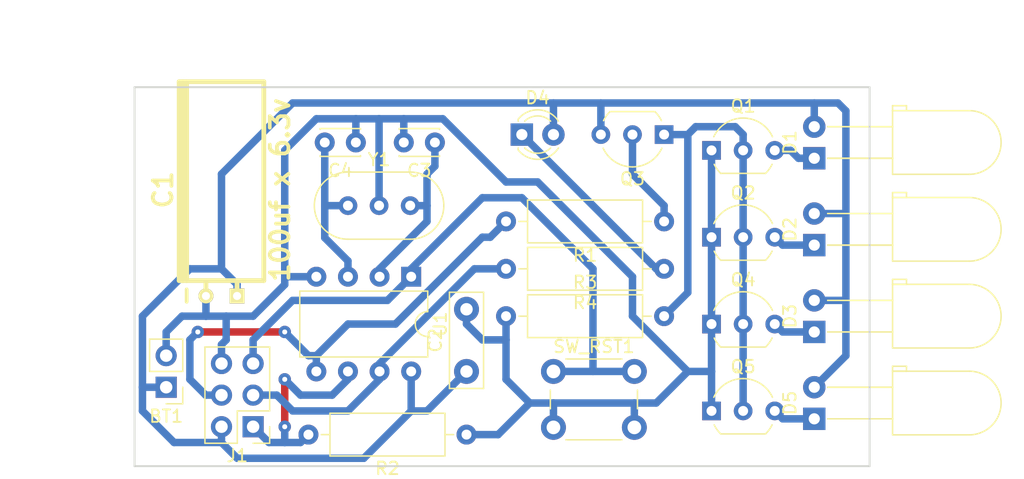
<source format=kicad_pcb>
(kicad_pcb (version 20171130) (host pcbnew 5.0.2-bee76a0~70~ubuntu16.04.1)

  (general
    (thickness 1.6)
    (drawings 6)
    (tracks 159)
    (zones 0)
    (modules 23)
    (nets 16)
  )

  (page A4)
  (layers
    (0 F.Cu signal)
    (31 B.Cu signal)
    (32 B.Adhes user)
    (33 F.Adhes user)
    (34 B.Paste user)
    (35 F.Paste user)
    (36 B.SilkS user)
    (37 F.SilkS user)
    (38 B.Mask user)
    (39 F.Mask user)
    (40 Dwgs.User user)
    (41 Cmts.User user)
    (42 Eco1.User user)
    (43 Eco2.User user)
    (44 Edge.Cuts user)
    (45 Margin user)
    (46 B.CrtYd user)
    (47 F.CrtYd user)
    (48 B.Fab user)
    (49 F.Fab user)
  )

  (setup
    (last_trace_width 0.6)
    (user_trace_width 0.2)
    (trace_clearance 0.3)
    (zone_clearance 0.508)
    (zone_45_only no)
    (trace_min 0.2)
    (segment_width 0.2)
    (edge_width 0.15)
    (via_size 1)
    (via_drill 0.4)
    (via_min_size 0.4)
    (via_min_drill 0.3)
    (uvia_size 0.3)
    (uvia_drill 0.1)
    (uvias_allowed no)
    (uvia_min_size 0.2)
    (uvia_min_drill 0.1)
    (pcb_text_width 0.3)
    (pcb_text_size 1.5 1.5)
    (mod_edge_width 0.15)
    (mod_text_size 1 1)
    (mod_text_width 0.15)
    (pad_size 1.524 1.524)
    (pad_drill 0.762)
    (pad_to_mask_clearance 0.051)
    (solder_mask_min_width 0.25)
    (aux_axis_origin 0 0)
    (grid_origin 57.15 20.955)
    (visible_elements FFFFFF7F)
    (pcbplotparams
      (layerselection 0x010fc_ffffffff)
      (usegerberextensions false)
      (usegerberattributes false)
      (usegerberadvancedattributes false)
      (creategerberjobfile false)
      (excludeedgelayer true)
      (linewidth 0.100000)
      (plotframeref false)
      (viasonmask false)
      (mode 1)
      (useauxorigin false)
      (hpglpennumber 1)
      (hpglpenspeed 20)
      (hpglpendiameter 15.000000)
      (psnegative false)
      (psa4output false)
      (plotreference true)
      (plotvalue true)
      (plotinvisibletext false)
      (padsonsilk false)
      (subtractmaskfromsilk false)
      (outputformat 1)
      (mirror false)
      (drillshape 1)
      (scaleselection 1)
      (outputdirectory ""))
  )

  (net 0 "")
  (net 1 VCC)
  (net 2 GND)
  (net 3 "Net-(C3-Pad1)")
  (net 4 "Net-(C4-Pad2)")
  (net 5 "Net-(D1-Pad1)")
  (net 6 "Net-(D2-Pad1)")
  (net 7 "Net-(D3-Pad1)")
  (net 8 "Net-(D4-Pad1)")
  (net 9 "Net-(D5-Pad1)")
  (net 10 /MISO)
  (net 11 /SCK)
  (net 12 /MOSI)
  (net 13 /RST)
  (net 14 "Net-(Q1-Pad2)")
  (net 15 "Net-(Q3-Pad2)")

  (net_class Default "Esta es la clase de red por defecto."
    (clearance 0.3)
    (trace_width 0.6)
    (via_dia 1)
    (via_drill 0.4)
    (uvia_dia 0.3)
    (uvia_drill 0.1)
    (add_net /MISO)
    (add_net /MOSI)
    (add_net /RST)
    (add_net /SCK)
    (add_net GND)
    (add_net "Net-(C3-Pad1)")
    (add_net "Net-(C4-Pad2)")
    (add_net "Net-(D1-Pad1)")
    (add_net "Net-(D2-Pad1)")
    (add_net "Net-(D3-Pad1)")
    (add_net "Net-(D4-Pad1)")
    (add_net "Net-(D5-Pad1)")
    (add_net "Net-(Q1-Pad2)")
    (add_net "Net-(Q3-Pad2)")
    (add_net VCC)
  )

  (module w_capacitors:CP_6.3x15mm_hor (layer F.Cu) (tedit 5B4F1A25) (tstamp 5DA55943)
    (at 64.135 29.21 90)
    (descr "Capacitor, pol, cyl 6.3x15mm, horizontal")
    (path /5D98525C)
    (fp_text reference C1 (at 0 -4.7 90) (layer F.SilkS)
      (effects (font (size 1.5 1.5) (thickness 0.3)))
    )
    (fp_text value "100uf x 6.3v" (at 0 4.7 90) (layer F.SilkS)
      (effects (font (size 1.5 1.5) (thickness 0.3)))
    )
    (fp_line (start -7.3 -2.8) (end 8.7 -2.8) (layer F.SilkS) (width 0.381))
    (fp_line (start -8.5 1.25) (end -7.3 1.25) (layer F.SilkS) (width 0.381))
    (fp_line (start -8.5 -1.25) (end -7.3 -1.25) (layer F.SilkS) (width 0.381))
    (fp_line (start 8.7 -3.4) (end -7.3 -3.4) (layer F.SilkS) (width 0.381))
    (fp_line (start -7.3 -3.1) (end 8.7 -3.1) (layer F.SilkS) (width 0.381))
    (fp_line (start -7.3 3.4) (end -7.3 -3.4) (layer F.SilkS) (width 0.381))
    (fp_line (start 8.7 3.4) (end -7.3 3.4) (layer F.SilkS) (width 0.381))
    (fp_line (start 8.7 -3.4) (end 8.7 3.4) (layer F.SilkS) (width 0.381))
    (fp_line (start -9 -2.8) (end -8 -2.8) (layer F.SilkS) (width 0.3))
    (pad 1 thru_hole rect (at -8.534 1.25 90) (size 1.2 1.2) (drill 0.65) (layers *.Cu *.Mask F.SilkS)
      (net 1 VCC))
    (pad 2 thru_hole circle (at -8.534 -1.25 90) (size 1.2 1.2) (drill 0.65) (layers *.Cu *.Mask F.SilkS)
      (net 2 GND))
    (model walter/capacitors/cp_6.3x15mm_hor.wrl
      (at (xyz 0 0 0))
      (scale (xyz 1 1 1))
      (rotate (xyz 0 0 0))
    )
    (model ${KIPRJMOD}/libs3ros/3d/walter/capacitors/cp_6.3x15mm_hor.wrl
      (at (xyz 0 0 0))
      (scale (xyz 1 1 1))
      (rotate (xyz 0 0 0))
    )
  )

  (module Package_TO_SOT_THT:TO-92_Inline_Wide (layer F.Cu) (tedit 5A02FF81) (tstamp 5DA55A35)
    (at 99.695 24.765 180)
    (descr "TO-92 leads in-line, wide, drill 0.75mm (see NXP sot054_po.pdf)")
    (tags "to-92 sc-43 sc-43a sot54 PA33 transistor")
    (path /5D987613)
    (fp_text reference Q3 (at 2.54 -3.56 180) (layer F.SilkS)
      (effects (font (size 1 1) (thickness 0.15)))
    )
    (fp_text value BC557 (at 2.54 2.79 180) (layer F.Fab)
      (effects (font (size 1 1) (thickness 0.15)))
    )
    (fp_arc (start 2.54 0) (end 4.34 1.85) (angle -20) (layer F.SilkS) (width 0.12))
    (fp_arc (start 2.54 0) (end 2.54 -2.48) (angle -135) (layer F.Fab) (width 0.1))
    (fp_arc (start 2.54 0) (end 2.54 -2.48) (angle 135) (layer F.Fab) (width 0.1))
    (fp_arc (start 2.54 0) (end 2.54 -2.6) (angle 65) (layer F.SilkS) (width 0.12))
    (fp_arc (start 2.54 0) (end 2.54 -2.6) (angle -65) (layer F.SilkS) (width 0.12))
    (fp_arc (start 2.54 0) (end 0.74 1.85) (angle 20) (layer F.SilkS) (width 0.12))
    (fp_line (start 6.09 2.01) (end -1.01 2.01) (layer F.CrtYd) (width 0.05))
    (fp_line (start 6.09 2.01) (end 6.09 -2.73) (layer F.CrtYd) (width 0.05))
    (fp_line (start -1.01 -2.73) (end -1.01 2.01) (layer F.CrtYd) (width 0.05))
    (fp_line (start -1.01 -2.73) (end 6.09 -2.73) (layer F.CrtYd) (width 0.05))
    (fp_line (start 0.8 1.75) (end 4.3 1.75) (layer F.Fab) (width 0.1))
    (fp_line (start 0.74 1.85) (end 4.34 1.85) (layer F.SilkS) (width 0.12))
    (fp_text user %R (at 2.54 -3.56 180) (layer F.Fab)
      (effects (font (size 1 1) (thickness 0.15)))
    )
    (pad 1 thru_hole rect (at 0 0 270) (size 1.5 1.5) (drill 0.8) (layers *.Cu *.Mask)
      (net 14 "Net-(Q1-Pad2)"))
    (pad 3 thru_hole circle (at 5.08 0 270) (size 1.5 1.5) (drill 0.8) (layers *.Cu *.Mask)
      (net 1 VCC))
    (pad 2 thru_hole circle (at 2.54 0 270) (size 1.5 1.5) (drill 0.8) (layers *.Cu *.Mask)
      (net 15 "Net-(Q3-Pad2)"))
    (model ${KISYS3DMOD}/Package_TO_SOT_THT.3dshapes/TO-92_Inline_Wide.wrl
      (at (xyz 0 0 0))
      (scale (xyz 1 1 1))
      (rotate (xyz 0 0 0))
    )
  )

  (module Package_TO_SOT_THT:TO-92_Inline_Wide (layer F.Cu) (tedit 5A02FF81) (tstamp 5DA55A11)
    (at 103.505 26.035)
    (descr "TO-92 leads in-line, wide, drill 0.75mm (see NXP sot054_po.pdf)")
    (tags "to-92 sc-43 sc-43a sot54 PA33 transistor")
    (path /5D986FA7)
    (fp_text reference Q1 (at 2.54 -3.56) (layer F.SilkS)
      (effects (font (size 1 1) (thickness 0.15)))
    )
    (fp_text value 2N3904 (at 2.54 2.79) (layer F.Fab)
      (effects (font (size 1 1) (thickness 0.15)))
    )
    (fp_arc (start 2.54 0) (end 4.34 1.85) (angle -20) (layer F.SilkS) (width 0.12))
    (fp_arc (start 2.54 0) (end 2.54 -2.48) (angle -135) (layer F.Fab) (width 0.1))
    (fp_arc (start 2.54 0) (end 2.54 -2.48) (angle 135) (layer F.Fab) (width 0.1))
    (fp_arc (start 2.54 0) (end 2.54 -2.6) (angle 65) (layer F.SilkS) (width 0.12))
    (fp_arc (start 2.54 0) (end 2.54 -2.6) (angle -65) (layer F.SilkS) (width 0.12))
    (fp_arc (start 2.54 0) (end 0.74 1.85) (angle 20) (layer F.SilkS) (width 0.12))
    (fp_line (start 6.09 2.01) (end -1.01 2.01) (layer F.CrtYd) (width 0.05))
    (fp_line (start 6.09 2.01) (end 6.09 -2.73) (layer F.CrtYd) (width 0.05))
    (fp_line (start -1.01 -2.73) (end -1.01 2.01) (layer F.CrtYd) (width 0.05))
    (fp_line (start -1.01 -2.73) (end 6.09 -2.73) (layer F.CrtYd) (width 0.05))
    (fp_line (start 0.8 1.75) (end 4.3 1.75) (layer F.Fab) (width 0.1))
    (fp_line (start 0.74 1.85) (end 4.34 1.85) (layer F.SilkS) (width 0.12))
    (fp_text user %R (at 2.54 -3.56) (layer F.Fab)
      (effects (font (size 1 1) (thickness 0.15)))
    )
    (pad 1 thru_hole rect (at 0 0 90) (size 1.5 1.5) (drill 0.8) (layers *.Cu *.Mask)
      (net 2 GND))
    (pad 3 thru_hole circle (at 5.08 0 90) (size 1.5 1.5) (drill 0.8) (layers *.Cu *.Mask)
      (net 5 "Net-(D1-Pad1)"))
    (pad 2 thru_hole circle (at 2.54 0 90) (size 1.5 1.5) (drill 0.8) (layers *.Cu *.Mask)
      (net 14 "Net-(Q1-Pad2)"))
    (model ${KISYS3DMOD}/Package_TO_SOT_THT.3dshapes/TO-92_Inline_Wide.wrl
      (at (xyz 0 0 0))
      (scale (xyz 1 1 1))
      (rotate (xyz 0 0 0))
    )
  )

  (module Package_TO_SOT_THT:TO-92_Inline_Wide (layer F.Cu) (tedit 5A02FF81) (tstamp 5DA55A23)
    (at 103.505 33.02)
    (descr "TO-92 leads in-line, wide, drill 0.75mm (see NXP sot054_po.pdf)")
    (tags "to-92 sc-43 sc-43a sot54 PA33 transistor")
    (path /5D98D479)
    (fp_text reference Q2 (at 2.54 -3.56) (layer F.SilkS)
      (effects (font (size 1 1) (thickness 0.15)))
    )
    (fp_text value 2N3904 (at 2.54 2.79) (layer F.Fab)
      (effects (font (size 1 1) (thickness 0.15)))
    )
    (fp_arc (start 2.54 0) (end 4.34 1.85) (angle -20) (layer F.SilkS) (width 0.12))
    (fp_arc (start 2.54 0) (end 2.54 -2.48) (angle -135) (layer F.Fab) (width 0.1))
    (fp_arc (start 2.54 0) (end 2.54 -2.48) (angle 135) (layer F.Fab) (width 0.1))
    (fp_arc (start 2.54 0) (end 2.54 -2.6) (angle 65) (layer F.SilkS) (width 0.12))
    (fp_arc (start 2.54 0) (end 2.54 -2.6) (angle -65) (layer F.SilkS) (width 0.12))
    (fp_arc (start 2.54 0) (end 0.74 1.85) (angle 20) (layer F.SilkS) (width 0.12))
    (fp_line (start 6.09 2.01) (end -1.01 2.01) (layer F.CrtYd) (width 0.05))
    (fp_line (start 6.09 2.01) (end 6.09 -2.73) (layer F.CrtYd) (width 0.05))
    (fp_line (start -1.01 -2.73) (end -1.01 2.01) (layer F.CrtYd) (width 0.05))
    (fp_line (start -1.01 -2.73) (end 6.09 -2.73) (layer F.CrtYd) (width 0.05))
    (fp_line (start 0.8 1.75) (end 4.3 1.75) (layer F.Fab) (width 0.1))
    (fp_line (start 0.74 1.85) (end 4.34 1.85) (layer F.SilkS) (width 0.12))
    (fp_text user %R (at 2.54 -3.56) (layer F.Fab)
      (effects (font (size 1 1) (thickness 0.15)))
    )
    (pad 1 thru_hole rect (at 0 0 90) (size 1.5 1.5) (drill 0.8) (layers *.Cu *.Mask)
      (net 2 GND))
    (pad 3 thru_hole circle (at 5.08 0 90) (size 1.5 1.5) (drill 0.8) (layers *.Cu *.Mask)
      (net 6 "Net-(D2-Pad1)"))
    (pad 2 thru_hole circle (at 2.54 0 90) (size 1.5 1.5) (drill 0.8) (layers *.Cu *.Mask)
      (net 14 "Net-(Q1-Pad2)"))
    (model ${KISYS3DMOD}/Package_TO_SOT_THT.3dshapes/TO-92_Inline_Wide.wrl
      (at (xyz 0 0 0))
      (scale (xyz 1 1 1))
      (rotate (xyz 0 0 0))
    )
  )

  (module Package_TO_SOT_THT:TO-92_Inline_Wide (layer F.Cu) (tedit 5A02FF81) (tstamp 5DA55A47)
    (at 103.505 40.005)
    (descr "TO-92 leads in-line, wide, drill 0.75mm (see NXP sot054_po.pdf)")
    (tags "to-92 sc-43 sc-43a sot54 PA33 transistor")
    (path /5D98DC21)
    (fp_text reference Q4 (at 2.54 -3.56) (layer F.SilkS)
      (effects (font (size 1 1) (thickness 0.15)))
    )
    (fp_text value 2N3904 (at 2.54 2.79) (layer F.Fab)
      (effects (font (size 1 1) (thickness 0.15)))
    )
    (fp_arc (start 2.54 0) (end 4.34 1.85) (angle -20) (layer F.SilkS) (width 0.12))
    (fp_arc (start 2.54 0) (end 2.54 -2.48) (angle -135) (layer F.Fab) (width 0.1))
    (fp_arc (start 2.54 0) (end 2.54 -2.48) (angle 135) (layer F.Fab) (width 0.1))
    (fp_arc (start 2.54 0) (end 2.54 -2.6) (angle 65) (layer F.SilkS) (width 0.12))
    (fp_arc (start 2.54 0) (end 2.54 -2.6) (angle -65) (layer F.SilkS) (width 0.12))
    (fp_arc (start 2.54 0) (end 0.74 1.85) (angle 20) (layer F.SilkS) (width 0.12))
    (fp_line (start 6.09 2.01) (end -1.01 2.01) (layer F.CrtYd) (width 0.05))
    (fp_line (start 6.09 2.01) (end 6.09 -2.73) (layer F.CrtYd) (width 0.05))
    (fp_line (start -1.01 -2.73) (end -1.01 2.01) (layer F.CrtYd) (width 0.05))
    (fp_line (start -1.01 -2.73) (end 6.09 -2.73) (layer F.CrtYd) (width 0.05))
    (fp_line (start 0.8 1.75) (end 4.3 1.75) (layer F.Fab) (width 0.1))
    (fp_line (start 0.74 1.85) (end 4.34 1.85) (layer F.SilkS) (width 0.12))
    (fp_text user %R (at 2.54 -3.56) (layer F.Fab)
      (effects (font (size 1 1) (thickness 0.15)))
    )
    (pad 1 thru_hole rect (at 0 0 90) (size 1.5 1.5) (drill 0.8) (layers *.Cu *.Mask)
      (net 2 GND))
    (pad 3 thru_hole circle (at 5.08 0 90) (size 1.5 1.5) (drill 0.8) (layers *.Cu *.Mask)
      (net 7 "Net-(D3-Pad1)"))
    (pad 2 thru_hole circle (at 2.54 0 90) (size 1.5 1.5) (drill 0.8) (layers *.Cu *.Mask)
      (net 14 "Net-(Q1-Pad2)"))
    (model ${KISYS3DMOD}/Package_TO_SOT_THT.3dshapes/TO-92_Inline_Wide.wrl
      (at (xyz 0 0 0))
      (scale (xyz 1 1 1))
      (rotate (xyz 0 0 0))
    )
  )

  (module Package_TO_SOT_THT:TO-92_Inline_Wide (layer F.Cu) (tedit 5A02FF81) (tstamp 5DA55A59)
    (at 103.505 46.99)
    (descr "TO-92 leads in-line, wide, drill 0.75mm (see NXP sot054_po.pdf)")
    (tags "to-92 sc-43 sc-43a sot54 PA33 transistor")
    (path /5D98DC3C)
    (fp_text reference Q5 (at 2.54 -3.56) (layer F.SilkS)
      (effects (font (size 1 1) (thickness 0.15)))
    )
    (fp_text value 2N3904 (at 2.54 2.79) (layer F.Fab)
      (effects (font (size 1 1) (thickness 0.15)))
    )
    (fp_arc (start 2.54 0) (end 4.34 1.85) (angle -20) (layer F.SilkS) (width 0.12))
    (fp_arc (start 2.54 0) (end 2.54 -2.48) (angle -135) (layer F.Fab) (width 0.1))
    (fp_arc (start 2.54 0) (end 2.54 -2.48) (angle 135) (layer F.Fab) (width 0.1))
    (fp_arc (start 2.54 0) (end 2.54 -2.6) (angle 65) (layer F.SilkS) (width 0.12))
    (fp_arc (start 2.54 0) (end 2.54 -2.6) (angle -65) (layer F.SilkS) (width 0.12))
    (fp_arc (start 2.54 0) (end 0.74 1.85) (angle 20) (layer F.SilkS) (width 0.12))
    (fp_line (start 6.09 2.01) (end -1.01 2.01) (layer F.CrtYd) (width 0.05))
    (fp_line (start 6.09 2.01) (end 6.09 -2.73) (layer F.CrtYd) (width 0.05))
    (fp_line (start -1.01 -2.73) (end -1.01 2.01) (layer F.CrtYd) (width 0.05))
    (fp_line (start -1.01 -2.73) (end 6.09 -2.73) (layer F.CrtYd) (width 0.05))
    (fp_line (start 0.8 1.75) (end 4.3 1.75) (layer F.Fab) (width 0.1))
    (fp_line (start 0.74 1.85) (end 4.34 1.85) (layer F.SilkS) (width 0.12))
    (fp_text user %R (at 2.54 -3.56) (layer F.Fab)
      (effects (font (size 1 1) (thickness 0.15)))
    )
    (pad 1 thru_hole rect (at 0 0 90) (size 1.5 1.5) (drill 0.8) (layers *.Cu *.Mask)
      (net 2 GND))
    (pad 3 thru_hole circle (at 5.08 0 90) (size 1.5 1.5) (drill 0.8) (layers *.Cu *.Mask)
      (net 9 "Net-(D5-Pad1)"))
    (pad 2 thru_hole circle (at 2.54 0 90) (size 1.5 1.5) (drill 0.8) (layers *.Cu *.Mask)
      (net 14 "Net-(Q1-Pad2)"))
    (model ${KISYS3DMOD}/Package_TO_SOT_THT.3dshapes/TO-92_Inline_Wide.wrl
      (at (xyz 0 0 0))
      (scale (xyz 1 1 1))
      (rotate (xyz 0 0 0))
    )
  )

  (module LED_THT:LED_D5.0mm_Horizontal_O6.35mm_Z3.0mm (layer F.Cu) (tedit 5880A863) (tstamp 5DA559A8)
    (at 111.76 33.655 90)
    (descr "LED, diameter 5.0mm z-position of LED center 3.0mm, 2 pins, diameter 5.0mm z-position of LED center 3.0mm, 2 pins, diameter 5.0mm z-position of LED center 3.0mm, 2 pins")
    (tags "LED diameter 5.0mm z-position of LED center 3.0mm 2 pins diameter 5.0mm z-position of LED center 3.0mm 2 pins diameter 5.0mm z-position of LED center 3.0mm 2 pins")
    (path /5D98D47F)
    (fp_text reference D2 (at 1.27 -1.96 90) (layer F.SilkS)
      (effects (font (size 1 1) (thickness 0.15)))
    )
    (fp_text value IR204A (at 1.27 16.01 90) (layer F.Fab)
      (effects (font (size 1 1) (thickness 0.15)))
    )
    (fp_line (start 4.5 -1.25) (end -1.95 -1.25) (layer F.CrtYd) (width 0.05))
    (fp_line (start 4.5 15.3) (end 4.5 -1.25) (layer F.CrtYd) (width 0.05))
    (fp_line (start -1.95 15.3) (end 4.5 15.3) (layer F.CrtYd) (width 0.05))
    (fp_line (start -1.95 -1.25) (end -1.95 15.3) (layer F.CrtYd) (width 0.05))
    (fp_line (start 2.54 1.08) (end 2.54 1.08) (layer F.SilkS) (width 0.12))
    (fp_line (start 2.54 6.29) (end 2.54 1.08) (layer F.SilkS) (width 0.12))
    (fp_line (start 2.54 6.29) (end 2.54 6.29) (layer F.SilkS) (width 0.12))
    (fp_line (start 2.54 1.08) (end 2.54 6.29) (layer F.SilkS) (width 0.12))
    (fp_line (start 0 1.08) (end 0 1.08) (layer F.SilkS) (width 0.12))
    (fp_line (start 0 6.29) (end 0 1.08) (layer F.SilkS) (width 0.12))
    (fp_line (start 0 6.29) (end 0 6.29) (layer F.SilkS) (width 0.12))
    (fp_line (start 0 1.08) (end 0 6.29) (layer F.SilkS) (width 0.12))
    (fp_line (start 3.83 6.29) (end 4.23 6.29) (layer F.SilkS) (width 0.12))
    (fp_line (start 3.83 7.41) (end 3.83 6.29) (layer F.SilkS) (width 0.12))
    (fp_line (start 4.23 7.41) (end 3.83 7.41) (layer F.SilkS) (width 0.12))
    (fp_line (start 4.23 6.29) (end 4.23 7.41) (layer F.SilkS) (width 0.12))
    (fp_line (start -1.29 6.29) (end 3.83 6.29) (layer F.SilkS) (width 0.12))
    (fp_line (start 3.83 6.29) (end 3.83 12.45) (layer F.SilkS) (width 0.12))
    (fp_line (start -1.29 6.29) (end -1.29 12.45) (layer F.SilkS) (width 0.12))
    (fp_line (start 2.54 0) (end 2.54 0) (layer F.Fab) (width 0.1))
    (fp_line (start 2.54 6.35) (end 2.54 0) (layer F.Fab) (width 0.1))
    (fp_line (start 2.54 6.35) (end 2.54 6.35) (layer F.Fab) (width 0.1))
    (fp_line (start 2.54 0) (end 2.54 6.35) (layer F.Fab) (width 0.1))
    (fp_line (start 0 0) (end 0 0) (layer F.Fab) (width 0.1))
    (fp_line (start 0 6.35) (end 0 0) (layer F.Fab) (width 0.1))
    (fp_line (start 0 6.35) (end 0 6.35) (layer F.Fab) (width 0.1))
    (fp_line (start 0 0) (end 0 6.35) (layer F.Fab) (width 0.1))
    (fp_line (start 3.77 6.35) (end 4.17 6.35) (layer F.Fab) (width 0.1))
    (fp_line (start 3.77 7.35) (end 3.77 6.35) (layer F.Fab) (width 0.1))
    (fp_line (start 4.17 7.35) (end 3.77 7.35) (layer F.Fab) (width 0.1))
    (fp_line (start 4.17 6.35) (end 4.17 7.35) (layer F.Fab) (width 0.1))
    (fp_line (start -1.23 6.35) (end 3.77 6.35) (layer F.Fab) (width 0.1))
    (fp_line (start 3.77 6.35) (end 3.77 12.45) (layer F.Fab) (width 0.1))
    (fp_line (start -1.23 6.35) (end -1.23 12.45) (layer F.Fab) (width 0.1))
    (fp_arc (start 1.27 12.45) (end -1.29 12.45) (angle -180) (layer F.SilkS) (width 0.12))
    (fp_arc (start 1.27 12.45) (end -1.23 12.45) (angle -180) (layer F.Fab) (width 0.1))
    (pad 2 thru_hole circle (at 2.54 0 90) (size 1.8 1.8) (drill 0.9) (layers *.Cu *.Mask)
      (net 1 VCC))
    (pad 1 thru_hole rect (at 0 0 90) (size 1.8 1.8) (drill 0.9) (layers *.Cu *.Mask)
      (net 6 "Net-(D2-Pad1)"))
    (model ${KISYS3DMOD}/LED_THT.3dshapes/LED_D5.0mm_Horizontal_O6.35mm_Z3.0mm.wrl
      (at (xyz 0 0 0))
      (scale (xyz 1 1 1))
      (rotate (xyz 0 0 0))
    )
  )

  (module LED_THT:LED_D5.0mm_Horizontal_O6.35mm_Z3.0mm (layer F.Cu) (tedit 5880A863) (tstamp 5DA559BC)
    (at 111.76 40.64 90)
    (descr "LED, diameter 5.0mm z-position of LED center 3.0mm, 2 pins, diameter 5.0mm z-position of LED center 3.0mm, 2 pins, diameter 5.0mm z-position of LED center 3.0mm, 2 pins")
    (tags "LED diameter 5.0mm z-position of LED center 3.0mm 2 pins diameter 5.0mm z-position of LED center 3.0mm 2 pins diameter 5.0mm z-position of LED center 3.0mm 2 pins")
    (path /5D98DC27)
    (fp_text reference D3 (at 1.27 -1.96 90) (layer F.SilkS)
      (effects (font (size 1 1) (thickness 0.15)))
    )
    (fp_text value IR204A (at 1.27 16.01 90) (layer F.Fab)
      (effects (font (size 1 1) (thickness 0.15)))
    )
    (fp_line (start 4.5 -1.25) (end -1.95 -1.25) (layer F.CrtYd) (width 0.05))
    (fp_line (start 4.5 15.3) (end 4.5 -1.25) (layer F.CrtYd) (width 0.05))
    (fp_line (start -1.95 15.3) (end 4.5 15.3) (layer F.CrtYd) (width 0.05))
    (fp_line (start -1.95 -1.25) (end -1.95 15.3) (layer F.CrtYd) (width 0.05))
    (fp_line (start 2.54 1.08) (end 2.54 1.08) (layer F.SilkS) (width 0.12))
    (fp_line (start 2.54 6.29) (end 2.54 1.08) (layer F.SilkS) (width 0.12))
    (fp_line (start 2.54 6.29) (end 2.54 6.29) (layer F.SilkS) (width 0.12))
    (fp_line (start 2.54 1.08) (end 2.54 6.29) (layer F.SilkS) (width 0.12))
    (fp_line (start 0 1.08) (end 0 1.08) (layer F.SilkS) (width 0.12))
    (fp_line (start 0 6.29) (end 0 1.08) (layer F.SilkS) (width 0.12))
    (fp_line (start 0 6.29) (end 0 6.29) (layer F.SilkS) (width 0.12))
    (fp_line (start 0 1.08) (end 0 6.29) (layer F.SilkS) (width 0.12))
    (fp_line (start 3.83 6.29) (end 4.23 6.29) (layer F.SilkS) (width 0.12))
    (fp_line (start 3.83 7.41) (end 3.83 6.29) (layer F.SilkS) (width 0.12))
    (fp_line (start 4.23 7.41) (end 3.83 7.41) (layer F.SilkS) (width 0.12))
    (fp_line (start 4.23 6.29) (end 4.23 7.41) (layer F.SilkS) (width 0.12))
    (fp_line (start -1.29 6.29) (end 3.83 6.29) (layer F.SilkS) (width 0.12))
    (fp_line (start 3.83 6.29) (end 3.83 12.45) (layer F.SilkS) (width 0.12))
    (fp_line (start -1.29 6.29) (end -1.29 12.45) (layer F.SilkS) (width 0.12))
    (fp_line (start 2.54 0) (end 2.54 0) (layer F.Fab) (width 0.1))
    (fp_line (start 2.54 6.35) (end 2.54 0) (layer F.Fab) (width 0.1))
    (fp_line (start 2.54 6.35) (end 2.54 6.35) (layer F.Fab) (width 0.1))
    (fp_line (start 2.54 0) (end 2.54 6.35) (layer F.Fab) (width 0.1))
    (fp_line (start 0 0) (end 0 0) (layer F.Fab) (width 0.1))
    (fp_line (start 0 6.35) (end 0 0) (layer F.Fab) (width 0.1))
    (fp_line (start 0 6.35) (end 0 6.35) (layer F.Fab) (width 0.1))
    (fp_line (start 0 0) (end 0 6.35) (layer F.Fab) (width 0.1))
    (fp_line (start 3.77 6.35) (end 4.17 6.35) (layer F.Fab) (width 0.1))
    (fp_line (start 3.77 7.35) (end 3.77 6.35) (layer F.Fab) (width 0.1))
    (fp_line (start 4.17 7.35) (end 3.77 7.35) (layer F.Fab) (width 0.1))
    (fp_line (start 4.17 6.35) (end 4.17 7.35) (layer F.Fab) (width 0.1))
    (fp_line (start -1.23 6.35) (end 3.77 6.35) (layer F.Fab) (width 0.1))
    (fp_line (start 3.77 6.35) (end 3.77 12.45) (layer F.Fab) (width 0.1))
    (fp_line (start -1.23 6.35) (end -1.23 12.45) (layer F.Fab) (width 0.1))
    (fp_arc (start 1.27 12.45) (end -1.29 12.45) (angle -180) (layer F.SilkS) (width 0.12))
    (fp_arc (start 1.27 12.45) (end -1.23 12.45) (angle -180) (layer F.Fab) (width 0.1))
    (pad 2 thru_hole circle (at 2.54 0 90) (size 1.8 1.8) (drill 0.9) (layers *.Cu *.Mask)
      (net 1 VCC))
    (pad 1 thru_hole rect (at 0 0 90) (size 1.8 1.8) (drill 0.9) (layers *.Cu *.Mask)
      (net 7 "Net-(D3-Pad1)"))
    (model ${KISYS3DMOD}/LED_THT.3dshapes/LED_D5.0mm_Horizontal_O6.35mm_Z3.0mm.wrl
      (at (xyz 0 0 0))
      (scale (xyz 1 1 1))
      (rotate (xyz 0 0 0))
    )
  )

  (module LED_THT:LED_D5.0mm_Horizontal_O6.35mm_Z3.0mm (layer F.Cu) (tedit 5880A863) (tstamp 5D99ADD9)
    (at 111.76 47.625 90)
    (descr "LED, diameter 5.0mm z-position of LED center 3.0mm, 2 pins, diameter 5.0mm z-position of LED center 3.0mm, 2 pins, diameter 5.0mm z-position of LED center 3.0mm, 2 pins")
    (tags "LED diameter 5.0mm z-position of LED center 3.0mm 2 pins diameter 5.0mm z-position of LED center 3.0mm 2 pins diameter 5.0mm z-position of LED center 3.0mm 2 pins")
    (path /5D98DC42)
    (fp_text reference D5 (at 1.27 -1.96 90) (layer F.SilkS)
      (effects (font (size 1 1) (thickness 0.15)))
    )
    (fp_text value IR204A (at 1.27 16.01 90) (layer F.Fab)
      (effects (font (size 1 1) (thickness 0.15)))
    )
    (fp_line (start 4.5 -1.25) (end -1.95 -1.25) (layer F.CrtYd) (width 0.05))
    (fp_line (start 4.5 15.3) (end 4.5 -1.25) (layer F.CrtYd) (width 0.05))
    (fp_line (start -1.95 15.3) (end 4.5 15.3) (layer F.CrtYd) (width 0.05))
    (fp_line (start -1.95 -1.25) (end -1.95 15.3) (layer F.CrtYd) (width 0.05))
    (fp_line (start 2.54 1.08) (end 2.54 1.08) (layer F.SilkS) (width 0.12))
    (fp_line (start 2.54 6.29) (end 2.54 1.08) (layer F.SilkS) (width 0.12))
    (fp_line (start 2.54 6.29) (end 2.54 6.29) (layer F.SilkS) (width 0.12))
    (fp_line (start 2.54 1.08) (end 2.54 6.29) (layer F.SilkS) (width 0.12))
    (fp_line (start 0 1.08) (end 0 1.08) (layer F.SilkS) (width 0.12))
    (fp_line (start 0 6.29) (end 0 1.08) (layer F.SilkS) (width 0.12))
    (fp_line (start 0 6.29) (end 0 6.29) (layer F.SilkS) (width 0.12))
    (fp_line (start 0 1.08) (end 0 6.29) (layer F.SilkS) (width 0.12))
    (fp_line (start 3.83 6.29) (end 4.23 6.29) (layer F.SilkS) (width 0.12))
    (fp_line (start 3.83 7.41) (end 3.83 6.29) (layer F.SilkS) (width 0.12))
    (fp_line (start 4.23 7.41) (end 3.83 7.41) (layer F.SilkS) (width 0.12))
    (fp_line (start 4.23 6.29) (end 4.23 7.41) (layer F.SilkS) (width 0.12))
    (fp_line (start -1.29 6.29) (end 3.83 6.29) (layer F.SilkS) (width 0.12))
    (fp_line (start 3.83 6.29) (end 3.83 12.45) (layer F.SilkS) (width 0.12))
    (fp_line (start -1.29 6.29) (end -1.29 12.45) (layer F.SilkS) (width 0.12))
    (fp_line (start 2.54 0) (end 2.54 0) (layer F.Fab) (width 0.1))
    (fp_line (start 2.54 6.35) (end 2.54 0) (layer F.Fab) (width 0.1))
    (fp_line (start 2.54 6.35) (end 2.54 6.35) (layer F.Fab) (width 0.1))
    (fp_line (start 2.54 0) (end 2.54 6.35) (layer F.Fab) (width 0.1))
    (fp_line (start 0 0) (end 0 0) (layer F.Fab) (width 0.1))
    (fp_line (start 0 6.35) (end 0 0) (layer F.Fab) (width 0.1))
    (fp_line (start 0 6.35) (end 0 6.35) (layer F.Fab) (width 0.1))
    (fp_line (start 0 0) (end 0 6.35) (layer F.Fab) (width 0.1))
    (fp_line (start 3.77 6.35) (end 4.17 6.35) (layer F.Fab) (width 0.1))
    (fp_line (start 3.77 7.35) (end 3.77 6.35) (layer F.Fab) (width 0.1))
    (fp_line (start 4.17 7.35) (end 3.77 7.35) (layer F.Fab) (width 0.1))
    (fp_line (start 4.17 6.35) (end 4.17 7.35) (layer F.Fab) (width 0.1))
    (fp_line (start -1.23 6.35) (end 3.77 6.35) (layer F.Fab) (width 0.1))
    (fp_line (start 3.77 6.35) (end 3.77 12.45) (layer F.Fab) (width 0.1))
    (fp_line (start -1.23 6.35) (end -1.23 12.45) (layer F.Fab) (width 0.1))
    (fp_arc (start 1.27 12.45) (end -1.29 12.45) (angle -180) (layer F.SilkS) (width 0.12))
    (fp_arc (start 1.27 12.45) (end -1.23 12.45) (angle -180) (layer F.Fab) (width 0.1))
    (pad 2 thru_hole circle (at 2.54 0 90) (size 1.8 1.8) (drill 0.9) (layers *.Cu *.Mask)
      (net 1 VCC))
    (pad 1 thru_hole rect (at 0 0 90) (size 1.8 1.8) (drill 0.9) (layers *.Cu *.Mask)
      (net 9 "Net-(D5-Pad1)"))
    (model ${KISYS3DMOD}/LED_THT.3dshapes/LED_D5.0mm_Horizontal_O6.35mm_Z3.0mm.wrl
      (at (xyz 0 0 0))
      (scale (xyz 1 1 1))
      (rotate (xyz 0 0 0))
    )
  )

  (module LED_THT:LED_D5.0mm_Horizontal_O6.35mm_Z3.0mm (layer F.Cu) (tedit 5880A863) (tstamp 5DA55994)
    (at 111.76 26.67 90)
    (descr "LED, diameter 5.0mm z-position of LED center 3.0mm, 2 pins, diameter 5.0mm z-position of LED center 3.0mm, 2 pins, diameter 5.0mm z-position of LED center 3.0mm, 2 pins")
    (tags "LED diameter 5.0mm z-position of LED center 3.0mm 2 pins diameter 5.0mm z-position of LED center 3.0mm 2 pins diameter 5.0mm z-position of LED center 3.0mm 2 pins")
    (path /5D989401)
    (fp_text reference D1 (at 1.27 -1.96 90) (layer F.SilkS)
      (effects (font (size 1 1) (thickness 0.15)))
    )
    (fp_text value IR204A (at 1.27 16.01 90) (layer F.Fab)
      (effects (font (size 1 1) (thickness 0.15)))
    )
    (fp_line (start 4.5 -1.25) (end -1.95 -1.25) (layer F.CrtYd) (width 0.05))
    (fp_line (start 4.5 15.3) (end 4.5 -1.25) (layer F.CrtYd) (width 0.05))
    (fp_line (start -1.95 15.3) (end 4.5 15.3) (layer F.CrtYd) (width 0.05))
    (fp_line (start -1.95 -1.25) (end -1.95 15.3) (layer F.CrtYd) (width 0.05))
    (fp_line (start 2.54 1.08) (end 2.54 1.08) (layer F.SilkS) (width 0.12))
    (fp_line (start 2.54 6.29) (end 2.54 1.08) (layer F.SilkS) (width 0.12))
    (fp_line (start 2.54 6.29) (end 2.54 6.29) (layer F.SilkS) (width 0.12))
    (fp_line (start 2.54 1.08) (end 2.54 6.29) (layer F.SilkS) (width 0.12))
    (fp_line (start 0 1.08) (end 0 1.08) (layer F.SilkS) (width 0.12))
    (fp_line (start 0 6.29) (end 0 1.08) (layer F.SilkS) (width 0.12))
    (fp_line (start 0 6.29) (end 0 6.29) (layer F.SilkS) (width 0.12))
    (fp_line (start 0 1.08) (end 0 6.29) (layer F.SilkS) (width 0.12))
    (fp_line (start 3.83 6.29) (end 4.23 6.29) (layer F.SilkS) (width 0.12))
    (fp_line (start 3.83 7.41) (end 3.83 6.29) (layer F.SilkS) (width 0.12))
    (fp_line (start 4.23 7.41) (end 3.83 7.41) (layer F.SilkS) (width 0.12))
    (fp_line (start 4.23 6.29) (end 4.23 7.41) (layer F.SilkS) (width 0.12))
    (fp_line (start -1.29 6.29) (end 3.83 6.29) (layer F.SilkS) (width 0.12))
    (fp_line (start 3.83 6.29) (end 3.83 12.45) (layer F.SilkS) (width 0.12))
    (fp_line (start -1.29 6.29) (end -1.29 12.45) (layer F.SilkS) (width 0.12))
    (fp_line (start 2.54 0) (end 2.54 0) (layer F.Fab) (width 0.1))
    (fp_line (start 2.54 6.35) (end 2.54 0) (layer F.Fab) (width 0.1))
    (fp_line (start 2.54 6.35) (end 2.54 6.35) (layer F.Fab) (width 0.1))
    (fp_line (start 2.54 0) (end 2.54 6.35) (layer F.Fab) (width 0.1))
    (fp_line (start 0 0) (end 0 0) (layer F.Fab) (width 0.1))
    (fp_line (start 0 6.35) (end 0 0) (layer F.Fab) (width 0.1))
    (fp_line (start 0 6.35) (end 0 6.35) (layer F.Fab) (width 0.1))
    (fp_line (start 0 0) (end 0 6.35) (layer F.Fab) (width 0.1))
    (fp_line (start 3.77 6.35) (end 4.17 6.35) (layer F.Fab) (width 0.1))
    (fp_line (start 3.77 7.35) (end 3.77 6.35) (layer F.Fab) (width 0.1))
    (fp_line (start 4.17 7.35) (end 3.77 7.35) (layer F.Fab) (width 0.1))
    (fp_line (start 4.17 6.35) (end 4.17 7.35) (layer F.Fab) (width 0.1))
    (fp_line (start -1.23 6.35) (end 3.77 6.35) (layer F.Fab) (width 0.1))
    (fp_line (start 3.77 6.35) (end 3.77 12.45) (layer F.Fab) (width 0.1))
    (fp_line (start -1.23 6.35) (end -1.23 12.45) (layer F.Fab) (width 0.1))
    (fp_arc (start 1.27 12.45) (end -1.29 12.45) (angle -180) (layer F.SilkS) (width 0.12))
    (fp_arc (start 1.27 12.45) (end -1.23 12.45) (angle -180) (layer F.Fab) (width 0.1))
    (pad 2 thru_hole circle (at 2.54 0 90) (size 1.8 1.8) (drill 0.9) (layers *.Cu *.Mask)
      (net 1 VCC))
    (pad 1 thru_hole rect (at 0 0 90) (size 1.8 1.8) (drill 0.9) (layers *.Cu *.Mask)
      (net 5 "Net-(D1-Pad1)"))
    (model ${KISYS3DMOD}/LED_THT.3dshapes/LED_D5.0mm_Horizontal_O6.35mm_Z3.0mm.wrl
      (at (xyz 0 0 0))
      (scale (xyz 1 1 1))
      (rotate (xyz 0 0 0))
    )
  )

  (module Connector_PinHeader_2.54mm:PinHeader_1x02_P2.54mm_Vertical (layer F.Cu) (tedit 59FED5CC) (tstamp 5DA558AF)
    (at 59.69 45.085 180)
    (descr "Through hole straight pin header, 1x02, 2.54mm pitch, single row")
    (tags "Through hole pin header THT 1x02 2.54mm single row")
    (path /5D99EEA2)
    (fp_text reference BT1 (at 0 -2.33 180) (layer F.SilkS)
      (effects (font (size 1 1) (thickness 0.15)))
    )
    (fp_text value Battery (at 0 4.87 180) (layer F.Fab)
      (effects (font (size 1 1) (thickness 0.15)))
    )
    (fp_line (start -0.635 -1.27) (end 1.27 -1.27) (layer F.Fab) (width 0.1))
    (fp_line (start 1.27 -1.27) (end 1.27 3.81) (layer F.Fab) (width 0.1))
    (fp_line (start 1.27 3.81) (end -1.27 3.81) (layer F.Fab) (width 0.1))
    (fp_line (start -1.27 3.81) (end -1.27 -0.635) (layer F.Fab) (width 0.1))
    (fp_line (start -1.27 -0.635) (end -0.635 -1.27) (layer F.Fab) (width 0.1))
    (fp_line (start -1.33 3.87) (end 1.33 3.87) (layer F.SilkS) (width 0.12))
    (fp_line (start -1.33 1.27) (end -1.33 3.87) (layer F.SilkS) (width 0.12))
    (fp_line (start 1.33 1.27) (end 1.33 3.87) (layer F.SilkS) (width 0.12))
    (fp_line (start -1.33 1.27) (end 1.33 1.27) (layer F.SilkS) (width 0.12))
    (fp_line (start -1.33 0) (end -1.33 -1.33) (layer F.SilkS) (width 0.12))
    (fp_line (start -1.33 -1.33) (end 0 -1.33) (layer F.SilkS) (width 0.12))
    (fp_line (start -1.8 -1.8) (end -1.8 4.35) (layer F.CrtYd) (width 0.05))
    (fp_line (start -1.8 4.35) (end 1.8 4.35) (layer F.CrtYd) (width 0.05))
    (fp_line (start 1.8 4.35) (end 1.8 -1.8) (layer F.CrtYd) (width 0.05))
    (fp_line (start 1.8 -1.8) (end -1.8 -1.8) (layer F.CrtYd) (width 0.05))
    (fp_text user %R (at 0 1.27 270) (layer F.Fab)
      (effects (font (size 1 1) (thickness 0.15)))
    )
    (pad 1 thru_hole rect (at 0 0 180) (size 1.7 1.7) (drill 1) (layers *.Cu *.Mask)
      (net 1 VCC))
    (pad 2 thru_hole oval (at 0 2.54 180) (size 1.7 1.7) (drill 1) (layers *.Cu *.Mask)
      (net 2 GND))
    (model ${KISYS3DMOD}/Connector_PinHeader_2.54mm.3dshapes/PinHeader_1x02_P2.54mm_Vertical.wrl
      (at (xyz 0 0 0))
      (scale (xyz 1 1 1))
      (rotate (xyz 0 0 0))
    )
  )

  (module Capacitor_THT:C_Disc_D7.5mm_W2.5mm_P5.00mm (layer F.Cu) (tedit 5AE50EF0) (tstamp 5DA55956)
    (at 83.82 43.815 90)
    (descr "C, Disc series, Radial, pin pitch=5.00mm, , diameter*width=7.5*2.5mm^2, Capacitor, http://www.vishay.com/docs/28535/vy2series.pdf")
    (tags "C Disc series Radial pin pitch 5.00mm  diameter 7.5mm width 2.5mm Capacitor")
    (path /5D9AB272)
    (fp_text reference C2 (at 2.5 -2.5 90) (layer F.SilkS)
      (effects (font (size 1 1) (thickness 0.15)))
    )
    (fp_text value 100nf (at 2.5 2.5 90) (layer F.Fab)
      (effects (font (size 1 1) (thickness 0.15)))
    )
    (fp_line (start -1.25 -1.25) (end -1.25 1.25) (layer F.Fab) (width 0.1))
    (fp_line (start -1.25 1.25) (end 6.25 1.25) (layer F.Fab) (width 0.1))
    (fp_line (start 6.25 1.25) (end 6.25 -1.25) (layer F.Fab) (width 0.1))
    (fp_line (start 6.25 -1.25) (end -1.25 -1.25) (layer F.Fab) (width 0.1))
    (fp_line (start -1.37 -1.37) (end 6.37 -1.37) (layer F.SilkS) (width 0.12))
    (fp_line (start -1.37 1.37) (end 6.37 1.37) (layer F.SilkS) (width 0.12))
    (fp_line (start -1.37 -1.37) (end -1.37 1.37) (layer F.SilkS) (width 0.12))
    (fp_line (start 6.37 -1.37) (end 6.37 1.37) (layer F.SilkS) (width 0.12))
    (fp_line (start -1.5 -1.5) (end -1.5 1.5) (layer F.CrtYd) (width 0.05))
    (fp_line (start -1.5 1.5) (end 6.5 1.5) (layer F.CrtYd) (width 0.05))
    (fp_line (start 6.5 1.5) (end 6.5 -1.5) (layer F.CrtYd) (width 0.05))
    (fp_line (start 6.5 -1.5) (end -1.5 -1.5) (layer F.CrtYd) (width 0.05))
    (fp_text user %R (at 2.5 0 90) (layer F.Fab)
      (effects (font (size 1 1) (thickness 0.15)))
    )
    (pad 1 thru_hole circle (at 0 0 90) (size 2 2) (drill 1) (layers *.Cu *.Mask)
      (net 1 VCC))
    (pad 2 thru_hole circle (at 5 0 90) (size 2 2) (drill 1) (layers *.Cu *.Mask)
      (net 2 GND))
    (model ${KISYS3DMOD}/Capacitor_THT.3dshapes/C_Disc_D7.5mm_W2.5mm_P5.00mm.wrl
      (at (xyz 0 0 0))
      (scale (xyz 1 1 1))
      (rotate (xyz 0 0 0))
    )
  )

  (module Capacitor_THT:C_Disc_D3.0mm_W2.0mm_P2.50mm (layer F.Cu) (tedit 5AE50EF0) (tstamp 5DA5596B)
    (at 81.28 25.4 180)
    (descr "C, Disc series, Radial, pin pitch=2.50mm, , diameter*width=3*2mm^2, Capacitor")
    (tags "C Disc series Radial pin pitch 2.50mm  diameter 3mm width 2mm Capacitor")
    (path /5D994F2F)
    (fp_text reference C3 (at 1.25 -2.25 180) (layer F.SilkS)
      (effects (font (size 1 1) (thickness 0.15)))
    )
    (fp_text value 18pf (at 1.25 2.25 180) (layer F.Fab)
      (effects (font (size 1 1) (thickness 0.15)))
    )
    (fp_line (start -0.25 -1) (end -0.25 1) (layer F.Fab) (width 0.1))
    (fp_line (start -0.25 1) (end 2.75 1) (layer F.Fab) (width 0.1))
    (fp_line (start 2.75 1) (end 2.75 -1) (layer F.Fab) (width 0.1))
    (fp_line (start 2.75 -1) (end -0.25 -1) (layer F.Fab) (width 0.1))
    (fp_line (start -0.37 -1.12) (end 2.87 -1.12) (layer F.SilkS) (width 0.12))
    (fp_line (start -0.37 1.12) (end 2.87 1.12) (layer F.SilkS) (width 0.12))
    (fp_line (start -0.37 -1.12) (end -0.37 -1.055) (layer F.SilkS) (width 0.12))
    (fp_line (start -0.37 1.055) (end -0.37 1.12) (layer F.SilkS) (width 0.12))
    (fp_line (start 2.87 -1.12) (end 2.87 -1.055) (layer F.SilkS) (width 0.12))
    (fp_line (start 2.87 1.055) (end 2.87 1.12) (layer F.SilkS) (width 0.12))
    (fp_line (start -1.05 -1.25) (end -1.05 1.25) (layer F.CrtYd) (width 0.05))
    (fp_line (start -1.05 1.25) (end 3.55 1.25) (layer F.CrtYd) (width 0.05))
    (fp_line (start 3.55 1.25) (end 3.55 -1.25) (layer F.CrtYd) (width 0.05))
    (fp_line (start 3.55 -1.25) (end -1.05 -1.25) (layer F.CrtYd) (width 0.05))
    (fp_text user %R (at 1.25 0 180) (layer F.Fab)
      (effects (font (size 0.6 0.6) (thickness 0.09)))
    )
    (pad 1 thru_hole circle (at 0 0 180) (size 1.6 1.6) (drill 0.8) (layers *.Cu *.Mask)
      (net 3 "Net-(C3-Pad1)"))
    (pad 2 thru_hole circle (at 2.5 0 180) (size 1.6 1.6) (drill 0.8) (layers *.Cu *.Mask)
      (net 2 GND))
    (model ${KISYS3DMOD}/Capacitor_THT.3dshapes/C_Disc_D3.0mm_W2.0mm_P2.50mm.wrl
      (at (xyz 0 0 0))
      (scale (xyz 1 1 1))
      (rotate (xyz 0 0 0))
    )
  )

  (module Capacitor_THT:C_Disc_D3.0mm_W2.0mm_P2.50mm (layer F.Cu) (tedit 5AE50EF0) (tstamp 5DA55980)
    (at 74.93 25.4 180)
    (descr "C, Disc series, Radial, pin pitch=2.50mm, , diameter*width=3*2mm^2, Capacitor")
    (tags "C Disc series Radial pin pitch 2.50mm  diameter 3mm width 2mm Capacitor")
    (path /5D996684)
    (fp_text reference C4 (at 1.25 -2.25 180) (layer F.SilkS)
      (effects (font (size 1 1) (thickness 0.15)))
    )
    (fp_text value 18pf (at 1.25 2.25 180) (layer F.Fab)
      (effects (font (size 1 1) (thickness 0.15)))
    )
    (fp_text user %R (at 1.25 0 180) (layer F.Fab)
      (effects (font (size 0.6 0.6) (thickness 0.09)))
    )
    (fp_line (start 3.55 -1.25) (end -1.05 -1.25) (layer F.CrtYd) (width 0.05))
    (fp_line (start 3.55 1.25) (end 3.55 -1.25) (layer F.CrtYd) (width 0.05))
    (fp_line (start -1.05 1.25) (end 3.55 1.25) (layer F.CrtYd) (width 0.05))
    (fp_line (start -1.05 -1.25) (end -1.05 1.25) (layer F.CrtYd) (width 0.05))
    (fp_line (start 2.87 1.055) (end 2.87 1.12) (layer F.SilkS) (width 0.12))
    (fp_line (start 2.87 -1.12) (end 2.87 -1.055) (layer F.SilkS) (width 0.12))
    (fp_line (start -0.37 1.055) (end -0.37 1.12) (layer F.SilkS) (width 0.12))
    (fp_line (start -0.37 -1.12) (end -0.37 -1.055) (layer F.SilkS) (width 0.12))
    (fp_line (start -0.37 1.12) (end 2.87 1.12) (layer F.SilkS) (width 0.12))
    (fp_line (start -0.37 -1.12) (end 2.87 -1.12) (layer F.SilkS) (width 0.12))
    (fp_line (start 2.75 -1) (end -0.25 -1) (layer F.Fab) (width 0.1))
    (fp_line (start 2.75 1) (end 2.75 -1) (layer F.Fab) (width 0.1))
    (fp_line (start -0.25 1) (end 2.75 1) (layer F.Fab) (width 0.1))
    (fp_line (start -0.25 -1) (end -0.25 1) (layer F.Fab) (width 0.1))
    (pad 2 thru_hole circle (at 2.5 0 180) (size 1.6 1.6) (drill 0.8) (layers *.Cu *.Mask)
      (net 4 "Net-(C4-Pad2)"))
    (pad 1 thru_hole circle (at 0 0 180) (size 1.6 1.6) (drill 0.8) (layers *.Cu *.Mask)
      (net 2 GND))
    (model ${KISYS3DMOD}/Capacitor_THT.3dshapes/C_Disc_D3.0mm_W2.0mm_P2.50mm.wrl
      (at (xyz 0 0 0))
      (scale (xyz 1 1 1))
      (rotate (xyz 0 0 0))
    )
  )

  (module LED_THT:LED_D3.0mm (layer F.Cu) (tedit 587A3A7B) (tstamp 5DA559CF)
    (at 88.265 24.765)
    (descr "LED, diameter 3.0mm, 2 pins")
    (tags "LED diameter 3.0mm 2 pins")
    (path /5D987B77)
    (fp_text reference D4 (at 1.27 -2.96) (layer F.SilkS)
      (effects (font (size 1 1) (thickness 0.15)))
    )
    (fp_text value LED_Small_ALT (at 1.27 2.96) (layer F.Fab)
      (effects (font (size 1 1) (thickness 0.15)))
    )
    (fp_arc (start 1.27 0) (end -0.23 -1.16619) (angle 284.3) (layer F.Fab) (width 0.1))
    (fp_arc (start 1.27 0) (end -0.29 -1.235516) (angle 108.8) (layer F.SilkS) (width 0.12))
    (fp_arc (start 1.27 0) (end -0.29 1.235516) (angle -108.8) (layer F.SilkS) (width 0.12))
    (fp_arc (start 1.27 0) (end 0.229039 -1.08) (angle 87.9) (layer F.SilkS) (width 0.12))
    (fp_arc (start 1.27 0) (end 0.229039 1.08) (angle -87.9) (layer F.SilkS) (width 0.12))
    (fp_circle (center 1.27 0) (end 2.77 0) (layer F.Fab) (width 0.1))
    (fp_line (start -0.23 -1.16619) (end -0.23 1.16619) (layer F.Fab) (width 0.1))
    (fp_line (start -0.29 -1.236) (end -0.29 -1.08) (layer F.SilkS) (width 0.12))
    (fp_line (start -0.29 1.08) (end -0.29 1.236) (layer F.SilkS) (width 0.12))
    (fp_line (start -1.15 -2.25) (end -1.15 2.25) (layer F.CrtYd) (width 0.05))
    (fp_line (start -1.15 2.25) (end 3.7 2.25) (layer F.CrtYd) (width 0.05))
    (fp_line (start 3.7 2.25) (end 3.7 -2.25) (layer F.CrtYd) (width 0.05))
    (fp_line (start 3.7 -2.25) (end -1.15 -2.25) (layer F.CrtYd) (width 0.05))
    (pad 1 thru_hole rect (at 0 0) (size 1.8 1.8) (drill 0.9) (layers *.Cu *.Mask)
      (net 8 "Net-(D4-Pad1)"))
    (pad 2 thru_hole circle (at 2.54 0) (size 1.8 1.8) (drill 0.9) (layers *.Cu *.Mask)
      (net 1 VCC))
    (model ${KISYS3DMOD}/LED_THT.3dshapes/LED_D3.0mm.wrl
      (at (xyz 0 0 0))
      (scale (xyz 1 1 1))
      (rotate (xyz 0 0 0))
    )
  )

  (module Connector_PinHeader_2.54mm:PinHeader_2x03_P2.54mm_Vertical (layer F.Cu) (tedit 59FED5CC) (tstamp 5DA559FF)
    (at 66.675 48.26 180)
    (descr "Through hole straight pin header, 2x03, 2.54mm pitch, double rows")
    (tags "Through hole pin header THT 2x03 2.54mm double row")
    (path /5D9847CC)
    (fp_text reference J1 (at 1.27 -2.33 180) (layer F.SilkS)
      (effects (font (size 1 1) (thickness 0.15)))
    )
    (fp_text value AVR-ISP-6 (at 1.27 7.41 180) (layer F.Fab)
      (effects (font (size 1 1) (thickness 0.15)))
    )
    (fp_line (start 0 -1.27) (end 3.81 -1.27) (layer F.Fab) (width 0.1))
    (fp_line (start 3.81 -1.27) (end 3.81 6.35) (layer F.Fab) (width 0.1))
    (fp_line (start 3.81 6.35) (end -1.27 6.35) (layer F.Fab) (width 0.1))
    (fp_line (start -1.27 6.35) (end -1.27 0) (layer F.Fab) (width 0.1))
    (fp_line (start -1.27 0) (end 0 -1.27) (layer F.Fab) (width 0.1))
    (fp_line (start -1.33 6.41) (end 3.87 6.41) (layer F.SilkS) (width 0.12))
    (fp_line (start -1.33 1.27) (end -1.33 6.41) (layer F.SilkS) (width 0.12))
    (fp_line (start 3.87 -1.33) (end 3.87 6.41) (layer F.SilkS) (width 0.12))
    (fp_line (start -1.33 1.27) (end 1.27 1.27) (layer F.SilkS) (width 0.12))
    (fp_line (start 1.27 1.27) (end 1.27 -1.33) (layer F.SilkS) (width 0.12))
    (fp_line (start 1.27 -1.33) (end 3.87 -1.33) (layer F.SilkS) (width 0.12))
    (fp_line (start -1.33 0) (end -1.33 -1.33) (layer F.SilkS) (width 0.12))
    (fp_line (start -1.33 -1.33) (end 0 -1.33) (layer F.SilkS) (width 0.12))
    (fp_line (start -1.8 -1.8) (end -1.8 6.85) (layer F.CrtYd) (width 0.05))
    (fp_line (start -1.8 6.85) (end 4.35 6.85) (layer F.CrtYd) (width 0.05))
    (fp_line (start 4.35 6.85) (end 4.35 -1.8) (layer F.CrtYd) (width 0.05))
    (fp_line (start 4.35 -1.8) (end -1.8 -1.8) (layer F.CrtYd) (width 0.05))
    (fp_text user %R (at 1.27 2.54 270) (layer F.Fab)
      (effects (font (size 1 1) (thickness 0.15)))
    )
    (pad 1 thru_hole rect (at 0 0 180) (size 1.7 1.7) (drill 1) (layers *.Cu *.Mask)
      (net 10 /MISO))
    (pad 2 thru_hole oval (at 2.54 0 180) (size 1.7 1.7) (drill 1) (layers *.Cu *.Mask)
      (net 1 VCC))
    (pad 3 thru_hole oval (at 0 2.54 180) (size 1.7 1.7) (drill 1) (layers *.Cu *.Mask)
      (net 11 /SCK))
    (pad 4 thru_hole oval (at 2.54 2.54 180) (size 1.7 1.7) (drill 1) (layers *.Cu *.Mask)
      (net 12 /MOSI))
    (pad 5 thru_hole oval (at 0 5.08 180) (size 1.7 1.7) (drill 1) (layers *.Cu *.Mask)
      (net 13 /RST))
    (pad 6 thru_hole oval (at 2.54 5.08 180) (size 1.7 1.7) (drill 1) (layers *.Cu *.Mask)
      (net 2 GND))
    (model ${KISYS3DMOD}/Connector_PinHeader_2.54mm.3dshapes/PinHeader_2x03_P2.54mm_Vertical.wrl
      (at (xyz 0 0 0))
      (scale (xyz 1 1 1))
      (rotate (xyz 0 0 0))
    )
  )

  (module Resistor_THT:R_Axial_DIN0309_L9.0mm_D3.2mm_P12.70mm_Horizontal (layer F.Cu) (tedit 5AE5139B) (tstamp 5DA55A70)
    (at 99.695 31.75 180)
    (descr "Resistor, Axial_DIN0309 series, Axial, Horizontal, pin pitch=12.7mm, 0.5W = 1/2W, length*diameter=9*3.2mm^2, http://cdn-reichelt.de/documents/datenblatt/B400/1_4W%23YAG.pdf")
    (tags "Resistor Axial_DIN0309 series Axial Horizontal pin pitch 12.7mm 0.5W = 1/2W length 9mm diameter 3.2mm")
    (path /5D99C038)
    (fp_text reference R1 (at 6.35 -2.72 180) (layer F.SilkS)
      (effects (font (size 1 1) (thickness 0.15)))
    )
    (fp_text value 1K (at 6.35 2.72 180) (layer F.Fab)
      (effects (font (size 1 1) (thickness 0.15)))
    )
    (fp_line (start 1.85 -1.6) (end 1.85 1.6) (layer F.Fab) (width 0.1))
    (fp_line (start 1.85 1.6) (end 10.85 1.6) (layer F.Fab) (width 0.1))
    (fp_line (start 10.85 1.6) (end 10.85 -1.6) (layer F.Fab) (width 0.1))
    (fp_line (start 10.85 -1.6) (end 1.85 -1.6) (layer F.Fab) (width 0.1))
    (fp_line (start 0 0) (end 1.85 0) (layer F.Fab) (width 0.1))
    (fp_line (start 12.7 0) (end 10.85 0) (layer F.Fab) (width 0.1))
    (fp_line (start 1.73 -1.72) (end 1.73 1.72) (layer F.SilkS) (width 0.12))
    (fp_line (start 1.73 1.72) (end 10.97 1.72) (layer F.SilkS) (width 0.12))
    (fp_line (start 10.97 1.72) (end 10.97 -1.72) (layer F.SilkS) (width 0.12))
    (fp_line (start 10.97 -1.72) (end 1.73 -1.72) (layer F.SilkS) (width 0.12))
    (fp_line (start 1.04 0) (end 1.73 0) (layer F.SilkS) (width 0.12))
    (fp_line (start 11.66 0) (end 10.97 0) (layer F.SilkS) (width 0.12))
    (fp_line (start -1.05 -1.85) (end -1.05 1.85) (layer F.CrtYd) (width 0.05))
    (fp_line (start -1.05 1.85) (end 13.75 1.85) (layer F.CrtYd) (width 0.05))
    (fp_line (start 13.75 1.85) (end 13.75 -1.85) (layer F.CrtYd) (width 0.05))
    (fp_line (start 13.75 -1.85) (end -1.05 -1.85) (layer F.CrtYd) (width 0.05))
    (fp_text user %R (at 6.35 0 180) (layer F.Fab)
      (effects (font (size 1 1) (thickness 0.15)))
    )
    (pad 1 thru_hole circle (at 0 0 180) (size 1.6 1.6) (drill 0.8) (layers *.Cu *.Mask)
      (net 15 "Net-(Q3-Pad2)"))
    (pad 2 thru_hole oval (at 12.7 0 180) (size 1.6 1.6) (drill 0.8) (layers *.Cu *.Mask)
      (net 12 /MOSI))
    (model ${KISYS3DMOD}/Resistor_THT.3dshapes/R_Axial_DIN0309_L9.0mm_D3.2mm_P12.70mm_Horizontal.wrl
      (at (xyz 0 0 0))
      (scale (xyz 1 1 1))
      (rotate (xyz 0 0 0))
    )
  )

  (module Resistor_THT:R_Axial_DIN0309_L9.0mm_D3.2mm_P12.70mm_Horizontal (layer F.Cu) (tedit 5AE5139B) (tstamp 5DA55A87)
    (at 83.82 48.895 180)
    (descr "Resistor, Axial_DIN0309 series, Axial, Horizontal, pin pitch=12.7mm, 0.5W = 1/2W, length*diameter=9*3.2mm^2, http://cdn-reichelt.de/documents/datenblatt/B400/1_4W%23YAG.pdf")
    (tags "Resistor Axial_DIN0309 series Axial Horizontal pin pitch 12.7mm 0.5W = 1/2W length 9mm diameter 3.2mm")
    (path /5D98ED39)
    (fp_text reference R2 (at 6.35 -2.72 180) (layer F.SilkS)
      (effects (font (size 1 1) (thickness 0.15)))
    )
    (fp_text value 10K (at 6.35 2.72 180) (layer F.Fab)
      (effects (font (size 1 1) (thickness 0.15)))
    )
    (fp_line (start 1.85 -1.6) (end 1.85 1.6) (layer F.Fab) (width 0.1))
    (fp_line (start 1.85 1.6) (end 10.85 1.6) (layer F.Fab) (width 0.1))
    (fp_line (start 10.85 1.6) (end 10.85 -1.6) (layer F.Fab) (width 0.1))
    (fp_line (start 10.85 -1.6) (end 1.85 -1.6) (layer F.Fab) (width 0.1))
    (fp_line (start 0 0) (end 1.85 0) (layer F.Fab) (width 0.1))
    (fp_line (start 12.7 0) (end 10.85 0) (layer F.Fab) (width 0.1))
    (fp_line (start 1.73 -1.72) (end 1.73 1.72) (layer F.SilkS) (width 0.12))
    (fp_line (start 1.73 1.72) (end 10.97 1.72) (layer F.SilkS) (width 0.12))
    (fp_line (start 10.97 1.72) (end 10.97 -1.72) (layer F.SilkS) (width 0.12))
    (fp_line (start 10.97 -1.72) (end 1.73 -1.72) (layer F.SilkS) (width 0.12))
    (fp_line (start 1.04 0) (end 1.73 0) (layer F.SilkS) (width 0.12))
    (fp_line (start 11.66 0) (end 10.97 0) (layer F.SilkS) (width 0.12))
    (fp_line (start -1.05 -1.85) (end -1.05 1.85) (layer F.CrtYd) (width 0.05))
    (fp_line (start -1.05 1.85) (end 13.75 1.85) (layer F.CrtYd) (width 0.05))
    (fp_line (start 13.75 1.85) (end 13.75 -1.85) (layer F.CrtYd) (width 0.05))
    (fp_line (start 13.75 -1.85) (end -1.05 -1.85) (layer F.CrtYd) (width 0.05))
    (fp_text user %R (at 6.35 0 180) (layer F.Fab)
      (effects (font (size 1 1) (thickness 0.15)))
    )
    (pad 1 thru_hole circle (at 0 0 180) (size 1.6 1.6) (drill 0.8) (layers *.Cu *.Mask)
      (net 2 GND))
    (pad 2 thru_hole oval (at 12.7 0 180) (size 1.6 1.6) (drill 0.8) (layers *.Cu *.Mask)
      (net 10 /MISO))
    (model ${KISYS3DMOD}/Resistor_THT.3dshapes/R_Axial_DIN0309_L9.0mm_D3.2mm_P12.70mm_Horizontal.wrl
      (at (xyz 0 0 0))
      (scale (xyz 1 1 1))
      (rotate (xyz 0 0 0))
    )
  )

  (module Resistor_THT:R_Axial_DIN0309_L9.0mm_D3.2mm_P12.70mm_Horizontal (layer F.Cu) (tedit 5AE5139B) (tstamp 5DA55A9E)
    (at 86.995 39.37)
    (descr "Resistor, Axial_DIN0309 series, Axial, Horizontal, pin pitch=12.7mm, 0.5W = 1/2W, length*diameter=9*3.2mm^2, http://cdn-reichelt.de/documents/datenblatt/B400/1_4W%23YAG.pdf")
    (tags "Resistor Axial_DIN0309 series Axial Horizontal pin pitch 12.7mm 0.5W = 1/2W length 9mm diameter 3.2mm")
    (path /5D997EA8)
    (fp_text reference R3 (at 6.35 -2.72) (layer F.SilkS)
      (effects (font (size 1 1) (thickness 0.15)))
    )
    (fp_text value 10K (at 6.35 2.72) (layer F.Fab)
      (effects (font (size 1 1) (thickness 0.15)))
    )
    (fp_text user %R (at 6.35 0) (layer F.Fab)
      (effects (font (size 1 1) (thickness 0.15)))
    )
    (fp_line (start 13.75 -1.85) (end -1.05 -1.85) (layer F.CrtYd) (width 0.05))
    (fp_line (start 13.75 1.85) (end 13.75 -1.85) (layer F.CrtYd) (width 0.05))
    (fp_line (start -1.05 1.85) (end 13.75 1.85) (layer F.CrtYd) (width 0.05))
    (fp_line (start -1.05 -1.85) (end -1.05 1.85) (layer F.CrtYd) (width 0.05))
    (fp_line (start 11.66 0) (end 10.97 0) (layer F.SilkS) (width 0.12))
    (fp_line (start 1.04 0) (end 1.73 0) (layer F.SilkS) (width 0.12))
    (fp_line (start 10.97 -1.72) (end 1.73 -1.72) (layer F.SilkS) (width 0.12))
    (fp_line (start 10.97 1.72) (end 10.97 -1.72) (layer F.SilkS) (width 0.12))
    (fp_line (start 1.73 1.72) (end 10.97 1.72) (layer F.SilkS) (width 0.12))
    (fp_line (start 1.73 -1.72) (end 1.73 1.72) (layer F.SilkS) (width 0.12))
    (fp_line (start 12.7 0) (end 10.85 0) (layer F.Fab) (width 0.1))
    (fp_line (start 0 0) (end 1.85 0) (layer F.Fab) (width 0.1))
    (fp_line (start 10.85 -1.6) (end 1.85 -1.6) (layer F.Fab) (width 0.1))
    (fp_line (start 10.85 1.6) (end 10.85 -1.6) (layer F.Fab) (width 0.1))
    (fp_line (start 1.85 1.6) (end 10.85 1.6) (layer F.Fab) (width 0.1))
    (fp_line (start 1.85 -1.6) (end 1.85 1.6) (layer F.Fab) (width 0.1))
    (pad 2 thru_hole oval (at 12.7 0) (size 1.6 1.6) (drill 0.8) (layers *.Cu *.Mask)
      (net 14 "Net-(Q1-Pad2)"))
    (pad 1 thru_hole circle (at 0 0) (size 1.6 1.6) (drill 0.8) (layers *.Cu *.Mask)
      (net 2 GND))
    (model ${KISYS3DMOD}/Resistor_THT.3dshapes/R_Axial_DIN0309_L9.0mm_D3.2mm_P12.70mm_Horizontal.wrl
      (at (xyz 0 0 0))
      (scale (xyz 1 1 1))
      (rotate (xyz 0 0 0))
    )
  )

  (module Resistor_THT:R_Axial_DIN0309_L9.0mm_D3.2mm_P12.70mm_Horizontal (layer F.Cu) (tedit 5AE5139B) (tstamp 5DA55AB5)
    (at 99.695 35.56 180)
    (descr "Resistor, Axial_DIN0309 series, Axial, Horizontal, pin pitch=12.7mm, 0.5W = 1/2W, length*diameter=9*3.2mm^2, http://cdn-reichelt.de/documents/datenblatt/B400/1_4W%23YAG.pdf")
    (tags "Resistor Axial_DIN0309 series Axial Horizontal pin pitch 12.7mm 0.5W = 1/2W length 9mm diameter 3.2mm")
    (path /5D987C38)
    (fp_text reference R4 (at 6.35 -2.72 180) (layer F.SilkS)
      (effects (font (size 1 1) (thickness 0.15)))
    )
    (fp_text value 1K (at 6.35 2.72 180) (layer F.Fab)
      (effects (font (size 1 1) (thickness 0.15)))
    )
    (fp_text user %R (at 6.35 0 180) (layer F.Fab)
      (effects (font (size 1 1) (thickness 0.15)))
    )
    (fp_line (start 13.75 -1.85) (end -1.05 -1.85) (layer F.CrtYd) (width 0.05))
    (fp_line (start 13.75 1.85) (end 13.75 -1.85) (layer F.CrtYd) (width 0.05))
    (fp_line (start -1.05 1.85) (end 13.75 1.85) (layer F.CrtYd) (width 0.05))
    (fp_line (start -1.05 -1.85) (end -1.05 1.85) (layer F.CrtYd) (width 0.05))
    (fp_line (start 11.66 0) (end 10.97 0) (layer F.SilkS) (width 0.12))
    (fp_line (start 1.04 0) (end 1.73 0) (layer F.SilkS) (width 0.12))
    (fp_line (start 10.97 -1.72) (end 1.73 -1.72) (layer F.SilkS) (width 0.12))
    (fp_line (start 10.97 1.72) (end 10.97 -1.72) (layer F.SilkS) (width 0.12))
    (fp_line (start 1.73 1.72) (end 10.97 1.72) (layer F.SilkS) (width 0.12))
    (fp_line (start 1.73 -1.72) (end 1.73 1.72) (layer F.SilkS) (width 0.12))
    (fp_line (start 12.7 0) (end 10.85 0) (layer F.Fab) (width 0.1))
    (fp_line (start 0 0) (end 1.85 0) (layer F.Fab) (width 0.1))
    (fp_line (start 10.85 -1.6) (end 1.85 -1.6) (layer F.Fab) (width 0.1))
    (fp_line (start 10.85 1.6) (end 10.85 -1.6) (layer F.Fab) (width 0.1))
    (fp_line (start 1.85 1.6) (end 10.85 1.6) (layer F.Fab) (width 0.1))
    (fp_line (start 1.85 -1.6) (end 1.85 1.6) (layer F.Fab) (width 0.1))
    (pad 2 thru_hole oval (at 12.7 0 180) (size 1.6 1.6) (drill 0.8) (layers *.Cu *.Mask)
      (net 11 /SCK))
    (pad 1 thru_hole circle (at 0 0 180) (size 1.6 1.6) (drill 0.8) (layers *.Cu *.Mask)
      (net 8 "Net-(D4-Pad1)"))
    (model ${KISYS3DMOD}/Resistor_THT.3dshapes/R_Axial_DIN0309_L9.0mm_D3.2mm_P12.70mm_Horizontal.wrl
      (at (xyz 0 0 0))
      (scale (xyz 1 1 1))
      (rotate (xyz 0 0 0))
    )
  )

  (module Button_Switch_THT:SW_PUSH_6mm_H5mm (layer F.Cu) (tedit 5A02FE31) (tstamp 5DA55AD4)
    (at 90.805 43.815)
    (descr "tactile push button, 6x6mm e.g. PHAP33xx series, height=5mm")
    (tags "tact sw push 6mm")
    (path /5D9844A4)
    (fp_text reference SW_RST1 (at 3.25 -2) (layer F.SilkS)
      (effects (font (size 1 1) (thickness 0.15)))
    )
    (fp_text value SW_Push (at 3.75 6.7) (layer F.Fab)
      (effects (font (size 1 1) (thickness 0.15)))
    )
    (fp_text user %R (at 3.25 2.25) (layer F.Fab)
      (effects (font (size 1 1) (thickness 0.15)))
    )
    (fp_line (start 3.25 -0.75) (end 6.25 -0.75) (layer F.Fab) (width 0.1))
    (fp_line (start 6.25 -0.75) (end 6.25 5.25) (layer F.Fab) (width 0.1))
    (fp_line (start 6.25 5.25) (end 0.25 5.25) (layer F.Fab) (width 0.1))
    (fp_line (start 0.25 5.25) (end 0.25 -0.75) (layer F.Fab) (width 0.1))
    (fp_line (start 0.25 -0.75) (end 3.25 -0.75) (layer F.Fab) (width 0.1))
    (fp_line (start 7.75 6) (end 8 6) (layer F.CrtYd) (width 0.05))
    (fp_line (start 8 6) (end 8 5.75) (layer F.CrtYd) (width 0.05))
    (fp_line (start 7.75 -1.5) (end 8 -1.5) (layer F.CrtYd) (width 0.05))
    (fp_line (start 8 -1.5) (end 8 -1.25) (layer F.CrtYd) (width 0.05))
    (fp_line (start -1.5 -1.25) (end -1.5 -1.5) (layer F.CrtYd) (width 0.05))
    (fp_line (start -1.5 -1.5) (end -1.25 -1.5) (layer F.CrtYd) (width 0.05))
    (fp_line (start -1.5 5.75) (end -1.5 6) (layer F.CrtYd) (width 0.05))
    (fp_line (start -1.5 6) (end -1.25 6) (layer F.CrtYd) (width 0.05))
    (fp_line (start -1.25 -1.5) (end 7.75 -1.5) (layer F.CrtYd) (width 0.05))
    (fp_line (start -1.5 5.75) (end -1.5 -1.25) (layer F.CrtYd) (width 0.05))
    (fp_line (start 7.75 6) (end -1.25 6) (layer F.CrtYd) (width 0.05))
    (fp_line (start 8 -1.25) (end 8 5.75) (layer F.CrtYd) (width 0.05))
    (fp_line (start 1 5.5) (end 5.5 5.5) (layer F.SilkS) (width 0.12))
    (fp_line (start -0.25 1.5) (end -0.25 3) (layer F.SilkS) (width 0.12))
    (fp_line (start 5.5 -1) (end 1 -1) (layer F.SilkS) (width 0.12))
    (fp_line (start 6.75 3) (end 6.75 1.5) (layer F.SilkS) (width 0.12))
    (fp_circle (center 3.25 2.25) (end 1.25 2.5) (layer F.Fab) (width 0.1))
    (pad 2 thru_hole circle (at 0 4.5 90) (size 2 2) (drill 1.1) (layers *.Cu *.Mask)
      (net 2 GND))
    (pad 1 thru_hole circle (at 0 0 90) (size 2 2) (drill 1.1) (layers *.Cu *.Mask)
      (net 13 /RST))
    (pad 2 thru_hole circle (at 6.5 4.5 90) (size 2 2) (drill 1.1) (layers *.Cu *.Mask)
      (net 2 GND))
    (pad 1 thru_hole circle (at 6.5 0 90) (size 2 2) (drill 1.1) (layers *.Cu *.Mask)
      (net 13 /RST))
    (model ${KISYS3DMOD}/Button_Switch_THT.3dshapes/SW_PUSH_6mm_H5mm.wrl
      (at (xyz 0 0 0))
      (scale (xyz 1 1 1))
      (rotate (xyz 0 0 0))
    )
  )

  (module Package_DIP:DIP-8_W7.62mm (layer F.Cu) (tedit 5A02E8C5) (tstamp 5DA55AF0)
    (at 79.375 36.195 270)
    (descr "8-lead though-hole mounted DIP package, row spacing 7.62 mm (300 mils)")
    (tags "THT DIP DIL PDIP 2.54mm 7.62mm 300mil")
    (path /5D983EC7)
    (fp_text reference U1 (at 3.81 -2.33 270) (layer F.SilkS)
      (effects (font (size 1 1) (thickness 0.15)))
    )
    (fp_text value ATtiny85V-10PU (at 3.81 9.95 270) (layer F.Fab)
      (effects (font (size 1 1) (thickness 0.15)))
    )
    (fp_arc (start 3.81 -1.33) (end 2.81 -1.33) (angle -180) (layer F.SilkS) (width 0.12))
    (fp_line (start 1.635 -1.27) (end 6.985 -1.27) (layer F.Fab) (width 0.1))
    (fp_line (start 6.985 -1.27) (end 6.985 8.89) (layer F.Fab) (width 0.1))
    (fp_line (start 6.985 8.89) (end 0.635 8.89) (layer F.Fab) (width 0.1))
    (fp_line (start 0.635 8.89) (end 0.635 -0.27) (layer F.Fab) (width 0.1))
    (fp_line (start 0.635 -0.27) (end 1.635 -1.27) (layer F.Fab) (width 0.1))
    (fp_line (start 2.81 -1.33) (end 1.16 -1.33) (layer F.SilkS) (width 0.12))
    (fp_line (start 1.16 -1.33) (end 1.16 8.95) (layer F.SilkS) (width 0.12))
    (fp_line (start 1.16 8.95) (end 6.46 8.95) (layer F.SilkS) (width 0.12))
    (fp_line (start 6.46 8.95) (end 6.46 -1.33) (layer F.SilkS) (width 0.12))
    (fp_line (start 6.46 -1.33) (end 4.81 -1.33) (layer F.SilkS) (width 0.12))
    (fp_line (start -1.1 -1.55) (end -1.1 9.15) (layer F.CrtYd) (width 0.05))
    (fp_line (start -1.1 9.15) (end 8.7 9.15) (layer F.CrtYd) (width 0.05))
    (fp_line (start 8.7 9.15) (end 8.7 -1.55) (layer F.CrtYd) (width 0.05))
    (fp_line (start 8.7 -1.55) (end -1.1 -1.55) (layer F.CrtYd) (width 0.05))
    (fp_text user %R (at 3.81 3.81 270) (layer F.Fab)
      (effects (font (size 1 1) (thickness 0.15)))
    )
    (pad 1 thru_hole rect (at 0 0 270) (size 1.6 1.6) (drill 0.8) (layers *.Cu *.Mask)
      (net 13 /RST))
    (pad 5 thru_hole oval (at 7.62 7.62 270) (size 1.6 1.6) (drill 0.8) (layers *.Cu *.Mask)
      (net 12 /MOSI))
    (pad 2 thru_hole oval (at 0 2.54 270) (size 1.6 1.6) (drill 0.8) (layers *.Cu *.Mask)
      (net 3 "Net-(C3-Pad1)"))
    (pad 6 thru_hole oval (at 7.62 5.08 270) (size 1.6 1.6) (drill 0.8) (layers *.Cu *.Mask)
      (net 10 /MISO))
    (pad 3 thru_hole oval (at 0 5.08 270) (size 1.6 1.6) (drill 0.8) (layers *.Cu *.Mask)
      (net 4 "Net-(C4-Pad2)"))
    (pad 7 thru_hole oval (at 7.62 2.54 270) (size 1.6 1.6) (drill 0.8) (layers *.Cu *.Mask)
      (net 11 /SCK))
    (pad 4 thru_hole oval (at 0 7.62 270) (size 1.6 1.6) (drill 0.8) (layers *.Cu *.Mask)
      (net 2 GND))
    (pad 8 thru_hole oval (at 7.62 0 270) (size 1.6 1.6) (drill 0.8) (layers *.Cu *.Mask)
      (net 1 VCC))
    (model ${KISYS3DMOD}/Package_DIP.3dshapes/DIP-8_W7.62mm.wrl
      (at (xyz 0 0 0))
      (scale (xyz 1 1 1))
      (rotate (xyz 0 0 0))
    )
  )

  (module Crystal:Resonator-3Pin_W10.0mm_H5.0mm (layer F.Cu) (tedit 5A0FD1B2) (tstamp 5DA55B08)
    (at 74.295 30.48)
    (descr "Ceramic Resomator/Filter 10.0x5.0mm^2 RedFrequency MG/MT/MX series, http://www.red-frequency.com/download/datenblatt/redfrequency-datenblatt-ir-zta.pdf, length*width=10.0x5.0mm^2 package, package length=10.0mm, package width=5.0mm, 3 pins")
    (tags "THT ceramic resonator filter")
    (path /5D985FD1)
    (fp_text reference Y1 (at 2.5 -3.7) (layer F.SilkS)
      (effects (font (size 1 1) (thickness 0.15)))
    )
    (fp_text value 8Mhz (at 2.5 3.7) (layer F.Fab)
      (effects (font (size 1 1) (thickness 0.15)))
    )
    (fp_text user %R (at 2.5 0) (layer F.Fab)
      (effects (font (size 1 1) (thickness 0.15)))
    )
    (fp_line (start 0 -2.5) (end 5 -2.5) (layer F.Fab) (width 0.1))
    (fp_line (start 0 2.5) (end 5 2.5) (layer F.Fab) (width 0.1))
    (fp_line (start 0 -2.5) (end 5 -2.5) (layer F.Fab) (width 0.1))
    (fp_line (start 0 2.5) (end 5 2.5) (layer F.Fab) (width 0.1))
    (fp_line (start 0 -2.7) (end 5 -2.7) (layer F.SilkS) (width 0.12))
    (fp_line (start 0 2.7) (end 5 2.7) (layer F.SilkS) (width 0.12))
    (fp_line (start -3 -3) (end -3 3) (layer F.CrtYd) (width 0.05))
    (fp_line (start -3 3) (end 8 3) (layer F.CrtYd) (width 0.05))
    (fp_line (start 8 3) (end 8 -3) (layer F.CrtYd) (width 0.05))
    (fp_line (start 8 -3) (end -3 -3) (layer F.CrtYd) (width 0.05))
    (fp_arc (start 0 0) (end 0 -2.5) (angle -180) (layer F.Fab) (width 0.1))
    (fp_arc (start 5 0) (end 5 -2.5) (angle 180) (layer F.Fab) (width 0.1))
    (fp_arc (start 0 0) (end 0 -2.5) (angle -180) (layer F.Fab) (width 0.1))
    (fp_arc (start 5 0) (end 5 -2.5) (angle 180) (layer F.Fab) (width 0.1))
    (fp_arc (start 0 0) (end 0 -2.7) (angle -180) (layer F.SilkS) (width 0.12))
    (fp_arc (start 5 0) (end 5 -2.7) (angle 180) (layer F.SilkS) (width 0.12))
    (pad 1 thru_hole circle (at 0 0) (size 1.5 1.5) (drill 0.8) (layers *.Cu *.Mask)
      (net 4 "Net-(C4-Pad2)"))
    (pad 2 thru_hole circle (at 2.5 0) (size 1.5 1.5) (drill 0.8) (layers *.Cu *.Mask)
      (net 2 GND))
    (pad 3 thru_hole circle (at 5 0) (size 1.5 1.5) (drill 0.8) (layers *.Cu *.Mask)
      (net 3 "Net-(C3-Pad1)"))
    (model ${KISYS3DMOD}/Crystal.3dshapes/Resonator-3Pin_W10.0mm_H5.0mm.wrl
      (at (xyz 0 0 0))
      (scale (xyz 1 1 1))
      (rotate (xyz 0 0 0))
    )
  )

  (dimension 30.48 (width 0.3) (layer Dwgs.User)
    (gr_text "30,480 mm" (at 51.875 36.195 270) (layer Dwgs.User)
      (effects (font (size 1.5 1.5) (thickness 0.3)))
    )
    (feature1 (pts (xy 57.15 51.435) (xy 53.388579 51.435)))
    (feature2 (pts (xy 57.15 20.955) (xy 53.388579 20.955)))
    (crossbar (pts (xy 53.975 20.955) (xy 53.975 51.435)))
    (arrow1a (pts (xy 53.975 51.435) (xy 53.388579 50.308496)))
    (arrow1b (pts (xy 53.975 51.435) (xy 54.561421 50.308496)))
    (arrow2a (pts (xy 53.975 20.955) (xy 53.388579 22.081504)))
    (arrow2b (pts (xy 53.975 20.955) (xy 54.561421 22.081504)))
  )
  (dimension 59.055 (width 0.3) (layer Dwgs.User)
    (gr_text "59,055 mm" (at 86.6775 15.045) (layer Dwgs.User)
      (effects (font (size 1.5 1.5) (thickness 0.3)))
    )
    (feature1 (pts (xy 116.205 20.955) (xy 116.205 16.558579)))
    (feature2 (pts (xy 57.15 20.955) (xy 57.15 16.558579)))
    (crossbar (pts (xy 57.15 17.145) (xy 116.205 17.145)))
    (arrow1a (pts (xy 116.205 17.145) (xy 115.078496 17.731421)))
    (arrow1b (pts (xy 116.205 17.145) (xy 115.078496 16.558579)))
    (arrow2a (pts (xy 57.15 17.145) (xy 58.276504 17.731421)))
    (arrow2b (pts (xy 57.15 17.145) (xy 58.276504 16.558579)))
  )
  (gr_line (start 116.205 20.955) (end 57.15 20.955) (angle 90) (layer Edge.Cuts) (width 0.15))
  (gr_line (start 116.205 51.435) (end 116.205 20.955) (angle 90) (layer Edge.Cuts) (width 0.15))
  (gr_line (start 57.15 51.435) (end 116.205 51.435) (angle 90) (layer Edge.Cuts) (width 0.15))
  (gr_line (start 57.15 51.435) (end 57.15 20.955) (angle 90) (layer Edge.Cuts) (width 0.15))

  (segment (start 114.3 42.545) (end 111.76 45.085) (width 0.6) (layer B.Cu) (net 1) (status 20))
  (segment (start 114.3 38.1) (end 114.3 42.545) (width 0.6) (layer B.Cu) (net 1))
  (segment (start 111.76 38.1) (end 114.3 38.1) (width 0.6) (layer B.Cu) (net 1) (status 10))
  (segment (start 111.76 31.115) (end 114.3 31.115) (width 0.6) (layer B.Cu) (net 1) (status 10))
  (segment (start 114.3 31.115) (end 114.3 38.1) (width 0.6) (layer B.Cu) (net 1))
  (segment (start 114.3 22.86) (end 114.3 31.115) (width 0.6) (layer B.Cu) (net 1))
  (segment (start 111.76 22.225) (end 94.615 22.225) (width 0.6) (layer B.Cu) (net 1) (tstamp 5D9E7EF9))
  (segment (start 94.615 22.225) (end 90.805 22.225) (width 0.6) (layer B.Cu) (net 1) (tstamp 5D9E7EFF))
  (segment (start 94.615 24.765) (end 94.615 22.225) (width 0.6) (layer B.Cu) (net 1) (status 400010))
  (segment (start 57.785 39.37) (end 61.595 35.56) (width 0.6) (layer B.Cu) (net 1) (tstamp 5D9E8856))
  (segment (start 57.785 39.37) (end 57.785 45.085) (width 0.6) (layer B.Cu) (net 1))
  (segment (start 61.595 35.56) (end 64.135 35.56) (width 0.6) (layer B.Cu) (net 1) (tstamp 5D9E8858))
  (segment (start 65.385 36.81) (end 65.385 37.744) (width 0.6) (layer B.Cu) (net 1) (tstamp 5D9E885A) (status 800020))
  (segment (start 64.135 35.56) (end 65.385 36.81) (width 0.6) (layer B.Cu) (net 1) (tstamp 5D9E8859))
  (segment (start 90.805 22.225) (end 69.85 22.225) (width 0.6) (layer B.Cu) (net 1) (tstamp 5D9E88CB))
  (segment (start 69.85 22.225) (end 64.135 27.94) (width 0.6) (layer B.Cu) (net 1) (tstamp 5D9E88CC))
  (segment (start 64.135 27.94) (end 64.135 35.56) (width 0.6) (layer B.Cu) (net 1) (tstamp 5D9E88CD))
  (segment (start 65.405 50.8) (end 75.565 50.8) (width 0.6) (layer B.Cu) (net 1) (tstamp 5D9BC656))
  (segment (start 79.375 46.99) (end 75.565 50.8) (width 0.6) (layer B.Cu) (net 1) (tstamp 5D9BD9F1))
  (segment (start 79.375 43.815) (end 79.375 46.99) (width 0.6) (layer B.Cu) (net 1) (status 400010))
  (segment (start 111.76 22.225) (end 113.665 22.225) (width 0.6) (layer B.Cu) (net 1) (tstamp 5D9C2397))
  (segment (start 113.665 22.225) (end 114.3 22.86) (width 0.6) (layer B.Cu) (net 1) (tstamp 5D9C238B))
  (segment (start 111.76 24.13) (end 111.76 22.225) (width 0.6) (layer B.Cu) (net 1) (status 400010))
  (segment (start 90.805 24.765) (end 90.805 22.225) (width 0.6) (layer B.Cu) (net 1) (status 400010))
  (segment (start 57.785 45.085) (end 57.785 46.99) (width 0.6) (layer B.Cu) (net 1) (tstamp 5D9C240B))
  (segment (start 57.785 46.99) (end 60.325 49.53) (width 0.6) (layer B.Cu) (net 1) (tstamp 5D9C2402))
  (segment (start 59.69 45.085) (end 57.785 45.085) (width 0.6) (layer B.Cu) (net 1) (status 400010))
  (segment (start 64.135 49.53) (end 65.405 50.8) (width 0.6) (layer B.Cu) (net 1) (tstamp 5D9C26B4))
  (segment (start 60.325 49.53) (end 64.135 49.53) (width 0.6) (layer B.Cu) (net 1) (tstamp 5D9C26B3))
  (segment (start 64.135 48.26) (end 64.135 49.53) (width 0.6) (layer B.Cu) (net 1) (status 400010))
  (segment (start 79.375 46.99) (end 80.645 46.99) (width 0.6) (layer B.Cu) (net 1))
  (segment (start 80.645 46.99) (end 83.82 43.815) (width 0.6) (layer B.Cu) (net 1) (tstamp 5D9C26FE) (status 800020))
  (segment (start 103.505 26.035) (end 103.505 33.02) (width 0.6) (layer B.Cu) (net 2) (status C00030))
  (segment (start 103.505 33.02) (end 103.505 40.005) (width 0.6) (layer B.Cu) (net 2) (tstamp 5D99D13E) (status C00030))
  (segment (start 103.505 40.005) (end 103.505 43.815) (width 0.6) (layer B.Cu) (net 2) (tstamp 5D99D13F) (status 400010))
  (segment (start 103.505 43.815) (end 103.505 46.99) (width 0.6) (layer B.Cu) (net 2) (tstamp 5D9E7EF4) (status 800020))
  (segment (start 101.6 43.815) (end 103.505 43.815) (width 0.6) (layer B.Cu) (net 2) (tstamp 5D9E7EF1))
  (segment (start 99.06 46.355) (end 101.6 43.815) (width 0.6) (layer B.Cu) (net 2) (tstamp 5D9C237D))
  (segment (start 86.995 39.37) (end 86.995 41.275) (width 0.6) (layer B.Cu) (net 2) (status 400010))
  (segment (start 86.995 41.275) (end 86.995 44.45) (width 0.6) (layer B.Cu) (net 2) (tstamp 5D9C2446))
  (segment (start 86.995 44.45) (end 88.9 46.355) (width 0.6) (layer B.Cu) (net 2) (tstamp 5D9BC683))
  (segment (start 76.795 30.48) (end 76.795 23.495) (width 0.6) (layer B.Cu) (net 2) (status 400010))
  (segment (start 71.755 23.495) (end 74.93 23.495) (width 0.6) (layer B.Cu) (net 2) (tstamp 5D9BC92A))
  (segment (start 69.215 26.035) (end 71.755 23.495) (width 0.6) (layer B.Cu) (net 2) (tstamp 5D9C23D3))
  (segment (start 69.215 36.195) (end 69.215 26.035) (width 0.6) (layer B.Cu) (net 2) (tstamp 5D9C23D2))
  (segment (start 74.93 23.495) (end 76.795 23.495) (width 0.6) (layer B.Cu) (net 2) (tstamp 5D9C23A8))
  (segment (start 78.78 23.495) (end 76.795 23.495) (width 0.6) (layer B.Cu) (net 2) (tstamp 5D9C23AD))
  (segment (start 81.915 23.495) (end 78.78 23.495) (width 0.6) (layer B.Cu) (net 2) (tstamp 5D9BCA0F))
  (segment (start 101.6 43.815) (end 97.155 39.37) (width 0.6) (layer B.Cu) (net 2))
  (segment (start 97.155 39.37) (end 97.155 36.195) (width 0.6) (layer B.Cu) (net 2) (tstamp 5D9BCA04))
  (segment (start 97.155 36.195) (end 89.535 28.575) (width 0.6) (layer B.Cu) (net 2) (tstamp 5D9BCA0B))
  (segment (start 89.535 28.575) (end 86.995 28.575) (width 0.6) (layer B.Cu) (net 2) (tstamp 5D9BCA0D))
  (segment (start 86.995 28.575) (end 81.915 23.495) (width 0.6) (layer B.Cu) (net 2) (tstamp 5D9BCA0E))
  (segment (start 64.511 39.37) (end 64.511 41.275) (width 0.6) (layer B.Cu) (net 2))
  (segment (start 88.9 46.355) (end 90.805 46.355) (width 0.6) (layer B.Cu) (net 2))
  (segment (start 90.805 46.355) (end 97.305 46.355) (width 0.6) (layer B.Cu) (net 2) (tstamp 5D9C2385))
  (segment (start 97.305 46.355) (end 99.06 46.355) (width 0.6) (layer B.Cu) (net 2) (tstamp 5D9C2381))
  (segment (start 97.305 48.315) (end 97.305 46.355) (width 0.6) (layer B.Cu) (net 2) (status 400010))
  (segment (start 90.805 48.315) (end 90.805 46.355) (width 0.6) (layer B.Cu) (net 2) (status 400010))
  (segment (start 74.93 25.4) (end 74.93 23.495) (width 0.6) (layer B.Cu) (net 2) (status 400010))
  (segment (start 78.78 25.4) (end 78.78 23.495) (width 0.6) (layer B.Cu) (net 2) (status 400010))
  (segment (start 64.511 39.37) (end 66.675 39.37) (width 0.6) (layer B.Cu) (net 2))
  (segment (start 71.755 36.195) (end 69.215 36.195) (width 0.6) (layer B.Cu) (net 2) (status 400010))
  (segment (start 64.511 41.275) (end 64.135 41.651) (width 0.6) (layer B.Cu) (net 2))
  (segment (start 64.135 41.651) (end 64.135 43.18) (width 0.6) (layer B.Cu) (net 2) (tstamp 5D9C23EB) (status 800020))
  (segment (start 59.69 42.545) (end 59.69 40.64) (width 0.6) (layer B.Cu) (net 2) (tstamp 5D9C23FB) (status 400010))
  (segment (start 60.96 39.37) (end 59.69 40.64) (width 0.6) (layer B.Cu) (net 2) (tstamp 5D9C2A9E))
  (segment (start 83.82 38.815) (end 83.82 40.005) (width 0.6) (layer B.Cu) (net 2) (status 400010))
  (segment (start 85.09 41.275) (end 86.995 41.275) (width 0.6) (layer B.Cu) (net 2) (tstamp 5D9C2443))
  (segment (start 83.82 40.005) (end 85.09 41.275) (width 0.6) (layer B.Cu) (net 2) (tstamp 5D9C2442))
  (segment (start 83.82 48.895) (end 86.36 48.895) (width 0.6) (layer B.Cu) (net 2) (status 400010))
  (segment (start 86.36 48.895) (end 88.9 46.355) (width 0.6) (layer B.Cu) (net 2) (tstamp 5D9C2449))
  (segment (start 64.511 39.37) (end 62.885 39.37) (width 0.6) (layer B.Cu) (net 2))
  (segment (start 62.885 39.37) (end 60.96 39.37) (width 0.6) (layer B.Cu) (net 2) (tstamp 5D9C2AA4))
  (segment (start 62.885 37.744) (end 62.885 39.37) (width 0.6) (layer B.Cu) (net 2) (status 400010))
  (segment (start 69.215 36.83) (end 69.215 36.195) (width 0.6) (layer B.Cu) (net 2) (tstamp 5D9C2AB3))
  (segment (start 66.675 39.37) (end 69.215 36.83) (width 0.6) (layer B.Cu) (net 2) (tstamp 5D9C2AB2))
  (segment (start 76.835 36.195) (end 76.835 35.56) (width 0.6) (layer B.Cu) (net 3) (status C00030))
  (segment (start 80.645 31.75) (end 80.645 30.48) (width 0.6) (layer B.Cu) (net 3) (tstamp 5D9C24D6))
  (segment (start 80.645 30.48) (end 80.645 27.94) (width 0.6) (layer B.Cu) (net 3) (tstamp 5D9C24E0))
  (segment (start 76.835 35.56) (end 80.645 31.75) (width 0.6) (layer B.Cu) (net 3) (tstamp 5D9C24D5) (status 400010))
  (segment (start 79.295 30.48) (end 80.645 30.48) (width 0.6) (layer B.Cu) (net 3) (status 400010))
  (segment (start 81.28 25.4) (end 81.28 27.305) (width 0.6) (layer B.Cu) (net 3) (status 400010))
  (segment (start 81.28 27.305) (end 80.645 27.94) (width 0.6) (layer B.Cu) (net 3) (tstamp 5D9C24E6))
  (segment (start 74.295 36.195) (end 74.295 34.925) (width 0.6) (layer B.Cu) (net 4) (status 400010))
  (segment (start 72.43 25.4) (end 72.43 30.48) (width 0.6) (layer B.Cu) (net 4) (status 400010))
  (segment (start 72.43 30.48) (end 72.43 33.06) (width 0.6) (layer B.Cu) (net 4) (tstamp 5D9C24CC))
  (segment (start 72.43 33.06) (end 74.295 34.925) (width 0.6) (layer B.Cu) (net 4) (tstamp 5D9C24C5))
  (segment (start 74.295 30.48) (end 72.43 30.48) (width 0.6) (layer B.Cu) (net 4) (status 400010))
  (segment (start 108.585 26.035) (end 109.855 26.035) (width 0.6) (layer B.Cu) (net 5) (status 400010))
  (segment (start 110.49 26.67) (end 111.76 26.67) (width 0.6) (layer B.Cu) (net 5) (tstamp 5D99D12D) (status 800020))
  (segment (start 109.855 26.035) (end 110.49 26.67) (width 0.6) (layer B.Cu) (net 5) (tstamp 5D99D12C))
  (segment (start 111.76 33.655) (end 109.22 33.655) (width 0.6) (layer B.Cu) (net 6) (status 400010))
  (segment (start 109.22 33.655) (end 108.585 33.02) (width 0.6) (layer B.Cu) (net 6) (tstamp 5D99D130) (status 800020))
  (segment (start 111.76 40.64) (end 109.22 40.64) (width 0.6) (layer B.Cu) (net 7) (status 400010))
  (segment (start 109.22 40.64) (end 108.585 40.005) (width 0.6) (layer B.Cu) (net 7) (tstamp 5D99D133) (status 800020))
  (segment (start 88.265 24.765) (end 99.06 35.56) (width 0.6) (layer B.Cu) (net 8) (status 400030))
  (segment (start 99.695 35.56) (end 99.06 35.56) (width 0.6) (layer B.Cu) (net 8) (status C00030))
  (segment (start 111.76 47.625) (end 109.22 47.625) (width 0.6) (layer B.Cu) (net 9) (status 400010))
  (segment (start 109.22 47.625) (end 108.585 46.99) (width 0.6) (layer B.Cu) (net 9) (tstamp 5D99D136) (status 800020))
  (segment (start 74.295 43.815) (end 74.295 44.45) (width 0.6) (layer B.Cu) (net 10) (status C00030))
  (segment (start 69.215 48.26) (end 69.215 44.45) (width 0.6) (layer F.Cu) (net 10) (tstamp 5D9C2435))
  (via (at 69.215 48.26) (size 1) (drill 0.4) (layers F.Cu B.Cu) (net 10))
  (segment (start 69.215 48.26) (end 69.215 49.53) (width 0.6) (layer B.Cu) (net 10))
  (segment (start 74.295 44.45) (end 73.025 45.72) (width 0.6) (layer B.Cu) (net 10) (tstamp 5D9C218B) (status 400010))
  (segment (start 73.025 45.72) (end 70.485 45.72) (width 0.6) (layer B.Cu) (net 10) (tstamp 5D9C218C))
  (segment (start 70.485 45.72) (end 69.215 44.45) (width 0.6) (layer B.Cu) (net 10) (tstamp 5D9C218D))
  (via (at 69.215 44.45) (size 1) (drill 0.4) (layers F.Cu B.Cu) (net 10))
  (segment (start 70.485 49.53) (end 71.12 48.895) (width 0.6) (layer B.Cu) (net 10) (tstamp 5D9C2423) (status C00030))
  (segment (start 66.675 48.26) (end 67.945 49.53) (width 0.6) (layer B.Cu) (net 10) (status 400010))
  (segment (start 67.945 49.53) (end 69.215 49.53) (width 0.6) (layer B.Cu) (net 10) (tstamp 5D9C242E))
  (segment (start 69.215 49.53) (end 70.485 49.53) (width 0.6) (layer B.Cu) (net 10) (tstamp 5D9C2431) (status 800020))
  (segment (start 76.835 44.45) (end 76.835 43.815) (width 0.6) (layer B.Cu) (net 11) (status C00030))
  (segment (start 76.835 43.18) (end 84.455 35.56) (width 0.6) (layer B.Cu) (net 11) (tstamp 5D9BDBE8) (status 10))
  (segment (start 86.995 35.56) (end 84.455 35.56) (width 0.6) (layer B.Cu) (net 11) (status 400010))
  (segment (start 74.295 46.99) (end 76.835 44.45) (width 0.6) (layer B.Cu) (net 11) (tstamp 5D9BDE2E) (status 20))
  (segment (start 69.85 46.99) (end 74.295 46.99) (width 0.6) (layer B.Cu) (net 11) (tstamp 5D9C2185))
  (segment (start 66.675 45.72) (end 68.58 45.72) (width 0.6) (layer B.Cu) (net 11) (status 400010))
  (segment (start 68.58 45.72) (end 69.85 46.99) (width 0.6) (layer B.Cu) (net 11) (tstamp 5D9C2182))
  (segment (start 76.835 43.815) (end 76.835 43.18) (width 0.6) (layer B.Cu) (net 11) (status C00030))
  (segment (start 71.755 42.545) (end 74.295 40.005) (width 0.6) (layer B.Cu) (net 12) (tstamp 5D9BDBCE))
  (segment (start 85.725 33.02) (end 86.995 31.75) (width 0.6) (layer B.Cu) (net 12) (tstamp 5D9C268D) (status 800020))
  (segment (start 85.09 33.02) (end 85.725 33.02) (width 0.6) (layer B.Cu) (net 12) (tstamp 5D9C268C))
  (segment (start 78.105 40.005) (end 85.09 33.02) (width 0.6) (layer B.Cu) (net 12))
  (segment (start 78.105 40.005) (end 74.295 40.005) (width 0.6) (layer B.Cu) (net 12) (tstamp 5D9BDC69))
  (segment (start 71.755 43.815) (end 71.755 42.545) (width 0.6) (layer B.Cu) (net 12) (status 400010))
  (segment (start 61.595 41.275) (end 61.595 44.45) (width 0.6) (layer B.Cu) (net 12) (tstamp 5D9BDD9B))
  (segment (start 71.755 42.545) (end 71.12 42.545) (width 0.6) (layer B.Cu) (net 12) (tstamp 5D9C26E6))
  (segment (start 69.215 40.64) (end 71.12 42.545) (width 0.6) (layer B.Cu) (net 12) (tstamp 5D9C26E5))
  (via (at 69.215 40.64) (size 1) (drill 0.4) (layers F.Cu B.Cu) (net 12))
  (segment (start 62.23 40.64) (end 69.215 40.64) (width 0.6) (layer F.Cu) (net 12) (tstamp 5D9C26E2))
  (via (at 62.23 40.64) (size 1) (drill 0.4) (layers F.Cu B.Cu) (net 12))
  (segment (start 61.595 41.275) (end 62.23 40.64) (width 0.6) (layer B.Cu) (net 12))
  (segment (start 62.865 45.72) (end 64.135 45.72) (width 0.6) (layer B.Cu) (net 12) (tstamp 5D9BDD9E) (status 800020))
  (segment (start 61.595 44.45) (end 62.865 45.72) (width 0.6) (layer B.Cu) (net 12) (tstamp 5D9BDD9C))
  (segment (start 77.47 38.1) (end 79.375 36.195) (width 0.6) (layer B.Cu) (net 13) (tstamp 5D9C26CA) (status 800020))
  (segment (start 69.85 38.1) (end 77.47 38.1) (width 0.6) (layer B.Cu) (net 13))
  (segment (start 66.675 41.275) (end 69.85 38.1) (width 0.6) (layer B.Cu) (net 13) (tstamp 5D9BDD80))
  (segment (start 66.675 43.18) (end 66.675 41.275) (width 0.6) (layer B.Cu) (net 13) (status 400010))
  (segment (start 85.09 29.845) (end 79.375 35.56) (width 0.6) (layer B.Cu) (net 13) (tstamp 5D9BC6A6) (status 20))
  (segment (start 79.375 35.56) (end 79.375 36.195) (width 0.6) (layer B.Cu) (net 13) (status 800030))
  (segment (start 93.98 35.56) (end 88.265 29.845) (width 0.6) (layer B.Cu) (net 13) (tstamp 5D9C2452))
  (segment (start 88.265 29.845) (end 85.09 29.845) (width 0.6) (layer B.Cu) (net 13) (tstamp 5D9BC6A3))
  (segment (start 97.305 43.815) (end 93.98 43.815) (width 0.6) (layer B.Cu) (net 13) (status 400010))
  (segment (start 90.805 43.815) (end 93.98 43.815) (width 0.6) (layer B.Cu) (net 13) (status 400010))
  (segment (start 93.98 43.815) (end 93.98 35.56) (width 0.6) (layer B.Cu) (net 13))
  (segment (start 106.045 26.035) (end 106.045 33.02) (width 0.6) (layer B.Cu) (net 14) (status C00030))
  (segment (start 106.045 33.02) (end 106.045 40.005) (width 0.6) (layer B.Cu) (net 14) (tstamp 5D99D13A) (status C00030))
  (segment (start 106.045 40.005) (end 106.045 46.99) (width 0.6) (layer B.Cu) (net 14) (tstamp 5D99D13B) (status C00030))
  (segment (start 99.695 24.765) (end 101.6 24.765) (width 0.6) (layer B.Cu) (net 14) (status 400010))
  (segment (start 106.045 24.765) (end 106.045 26.035) (width 0.6) (layer B.Cu) (net 14) (tstamp 5D9E7F0B) (status 800020))
  (segment (start 105.41 24.13) (end 106.045 24.765) (width 0.6) (layer B.Cu) (net 14) (tstamp 5D9E7F0A))
  (segment (start 102.235 24.13) (end 105.41 24.13) (width 0.6) (layer B.Cu) (net 14) (tstamp 5D9E7F09))
  (segment (start 101.6 24.765) (end 102.235 24.13) (width 0.6) (layer B.Cu) (net 14) (tstamp 5D9E7F08))
  (segment (start 101.6 24.765) (end 101.6 37.465) (width 0.6) (layer B.Cu) (net 14))
  (segment (start 101.6 37.465) (end 99.695 39.37) (width 0.6) (layer B.Cu) (net 14) (tstamp 5D9E7F16) (status 800020))
  (segment (start 97.155 24.765) (end 97.155 27.94) (width 0.6) (layer B.Cu) (net 15) (status 400010))
  (segment (start 99.695 30.48) (end 99.695 31.75) (width 0.6) (layer B.Cu) (net 15) (status 800020))
  (segment (start 97.155 27.94) (end 99.695 30.48) (width 0.6) (layer B.Cu) (net 15) (tstamp 5D9E7F0E) (status 800000))

)

</source>
